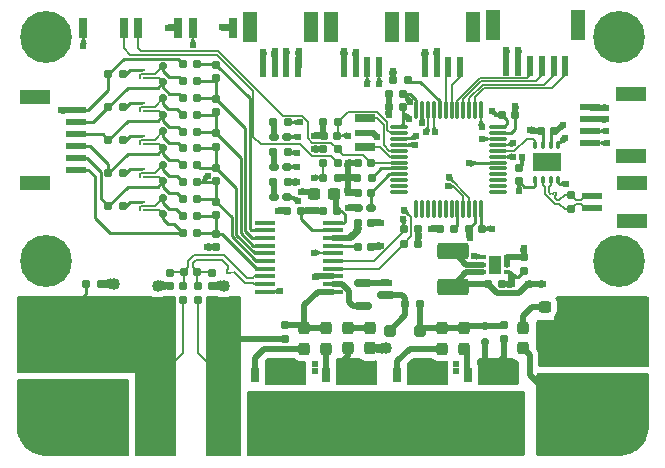
<source format=gbr>
%TF.GenerationSoftware,KiCad,Pcbnew,8.0.3-8.0.3-0~ubuntu24.04.1*%
%TF.CreationDate,2024-07-11T14:27:14+08:00*%
%TF.ProjectId,CawBMS,43617742-4d53-42e6-9b69-6361645f7063,rev?*%
%TF.SameCoordinates,Original*%
%TF.FileFunction,Copper,L1,Top*%
%TF.FilePolarity,Positive*%
%FSLAX46Y46*%
G04 Gerber Fmt 4.6, Leading zero omitted, Abs format (unit mm)*
G04 Created by KiCad (PCBNEW 8.0.3-8.0.3-0~ubuntu24.04.1) date 2024-07-11 14:27:14*
%MOMM*%
%LPD*%
G01*
G04 APERTURE LIST*
G04 Aperture macros list*
%AMRoundRect*
0 Rectangle with rounded corners*
0 $1 Rounding radius*
0 $2 $3 $4 $5 $6 $7 $8 $9 X,Y pos of 4 corners*
0 Add a 4 corners polygon primitive as box body*
4,1,4,$2,$3,$4,$5,$6,$7,$8,$9,$2,$3,0*
0 Add four circle primitives for the rounded corners*
1,1,$1+$1,$2,$3*
1,1,$1+$1,$4,$5*
1,1,$1+$1,$6,$7*
1,1,$1+$1,$8,$9*
0 Add four rect primitives between the rounded corners*
20,1,$1+$1,$2,$3,$4,$5,0*
20,1,$1+$1,$4,$5,$6,$7,0*
20,1,$1+$1,$6,$7,$8,$9,0*
20,1,$1+$1,$8,$9,$2,$3,0*%
G04 Aperture macros list end*
%TA.AperFunction,ComponentPad*%
%ADD10C,0.700000*%
%TD*%
%TA.AperFunction,ComponentPad*%
%ADD11C,4.400000*%
%TD*%
%TA.AperFunction,SMDPad,CuDef*%
%ADD12R,0.749000X1.300000*%
%TD*%
%TA.AperFunction,SMDPad,CuDef*%
%ADD13R,4.560000X4.000000*%
%TD*%
%TA.AperFunction,SMDPad,CuDef*%
%ADD14RoundRect,0.150000X0.200000X-0.150000X0.200000X0.150000X-0.200000X0.150000X-0.200000X-0.150000X0*%
%TD*%
%TA.AperFunction,SMDPad,CuDef*%
%ADD15RoundRect,0.155000X-0.212500X-0.155000X0.212500X-0.155000X0.212500X0.155000X-0.212500X0.155000X0*%
%TD*%
%TA.AperFunction,SMDPad,CuDef*%
%ADD16RoundRect,0.160000X-0.197500X-0.160000X0.197500X-0.160000X0.197500X0.160000X-0.197500X0.160000X0*%
%TD*%
%TA.AperFunction,SMDPad,CuDef*%
%ADD17RoundRect,0.249999X-0.450001X-1.425001X0.450001X-1.425001X0.450001X1.425001X-0.450001X1.425001X0*%
%TD*%
%TA.AperFunction,SMDPad,CuDef*%
%ADD18R,0.500000X1.700000*%
%TD*%
%TA.AperFunction,SMDPad,CuDef*%
%ADD19R,1.200000X2.500000*%
%TD*%
%TA.AperFunction,SMDPad,CuDef*%
%ADD20RoundRect,0.155000X-0.155000X0.212500X-0.155000X-0.212500X0.155000X-0.212500X0.155000X0.212500X0*%
%TD*%
%TA.AperFunction,SMDPad,CuDef*%
%ADD21R,0.800000X1.700000*%
%TD*%
%TA.AperFunction,SMDPad,CuDef*%
%ADD22RoundRect,0.250000X-0.650000X1.500000X-0.650000X-1.500000X0.650000X-1.500000X0.650000X1.500000X0*%
%TD*%
%TA.AperFunction,SMDPad,CuDef*%
%ADD23RoundRect,0.237500X-0.237500X0.300000X-0.237500X-0.300000X0.237500X-0.300000X0.237500X0.300000X0*%
%TD*%
%TA.AperFunction,SMDPad,CuDef*%
%ADD24RoundRect,0.160000X0.160000X-0.197500X0.160000X0.197500X-0.160000X0.197500X-0.160000X-0.197500X0*%
%TD*%
%TA.AperFunction,SMDPad,CuDef*%
%ADD25RoundRect,0.250001X1.074999X-0.462499X1.074999X0.462499X-1.074999X0.462499X-1.074999X-0.462499X0*%
%TD*%
%TA.AperFunction,SMDPad,CuDef*%
%ADD26RoundRect,0.160000X-0.222500X-0.160000X0.222500X-0.160000X0.222500X0.160000X-0.222500X0.160000X0*%
%TD*%
%TA.AperFunction,SMDPad,CuDef*%
%ADD27RoundRect,0.250000X0.250000X0.250000X-0.250000X0.250000X-0.250000X-0.250000X0.250000X-0.250000X0*%
%TD*%
%TA.AperFunction,SMDPad,CuDef*%
%ADD28RoundRect,0.155000X0.212500X0.155000X-0.212500X0.155000X-0.212500X-0.155000X0.212500X-0.155000X0*%
%TD*%
%TA.AperFunction,SMDPad,CuDef*%
%ADD29RoundRect,0.237500X-0.300000X-0.237500X0.300000X-0.237500X0.300000X0.237500X-0.300000X0.237500X0*%
%TD*%
%TA.AperFunction,SMDPad,CuDef*%
%ADD30R,0.150000X0.250000*%
%TD*%
%TA.AperFunction,SMDPad,CuDef*%
%ADD31R,0.500000X0.250000*%
%TD*%
%TA.AperFunction,SMDPad,CuDef*%
%ADD32RoundRect,0.160000X0.197500X0.160000X-0.197500X0.160000X-0.197500X-0.160000X0.197500X-0.160000X0*%
%TD*%
%TA.AperFunction,SMDPad,CuDef*%
%ADD33RoundRect,0.237500X0.237500X-0.300000X0.237500X0.300000X-0.237500X0.300000X-0.237500X-0.300000X0*%
%TD*%
%TA.AperFunction,ComponentPad*%
%ADD34RoundRect,1.500000X-1.000000X-1.000000X1.000000X-1.000000X1.000000X1.000000X-1.000000X1.000000X0*%
%TD*%
%TA.AperFunction,SMDPad,CuDef*%
%ADD35RoundRect,0.250000X0.650000X-1.500000X0.650000X1.500000X-0.650000X1.500000X-0.650000X-1.500000X0*%
%TD*%
%TA.AperFunction,SMDPad,CuDef*%
%ADD36R,1.700000X0.500000*%
%TD*%
%TA.AperFunction,SMDPad,CuDef*%
%ADD37R,2.500000X1.200000*%
%TD*%
%TA.AperFunction,SMDPad,CuDef*%
%ADD38O,0.350000X0.840000*%
%TD*%
%TA.AperFunction,SMDPad,CuDef*%
%ADD39R,2.400000X1.650000*%
%TD*%
%TA.AperFunction,SMDPad,CuDef*%
%ADD40RoundRect,0.237500X-0.237500X0.287500X-0.237500X-0.287500X0.237500X-0.287500X0.237500X0.287500X0*%
%TD*%
%TA.AperFunction,SMDPad,CuDef*%
%ADD41RoundRect,0.155000X0.155000X-0.212500X0.155000X0.212500X-0.155000X0.212500X-0.155000X-0.212500X0*%
%TD*%
%TA.AperFunction,SMDPad,CuDef*%
%ADD42O,0.607000X0.364000*%
%TD*%
%TA.AperFunction,SMDPad,CuDef*%
%ADD43R,1.000000X1.600000*%
%TD*%
%TA.AperFunction,SMDPad,CuDef*%
%ADD44RoundRect,0.075000X-0.662500X-0.075000X0.662500X-0.075000X0.662500X0.075000X-0.662500X0.075000X0*%
%TD*%
%TA.AperFunction,SMDPad,CuDef*%
%ADD45RoundRect,0.075000X-0.075000X-0.662500X0.075000X-0.662500X0.075000X0.662500X-0.075000X0.662500X0*%
%TD*%
%TA.AperFunction,SMDPad,CuDef*%
%ADD46R,1.700000X0.650000*%
%TD*%
%TA.AperFunction,SMDPad,CuDef*%
%ADD47O,1.742000X0.364000*%
%TD*%
%TA.AperFunction,SMDPad,CuDef*%
%ADD48RoundRect,0.150000X-0.587500X-0.150000X0.587500X-0.150000X0.587500X0.150000X-0.587500X0.150000X0*%
%TD*%
%TA.AperFunction,SMDPad,CuDef*%
%ADD49RoundRect,0.237500X0.300000X0.237500X-0.300000X0.237500X-0.300000X-0.237500X0.300000X-0.237500X0*%
%TD*%
%TA.AperFunction,ViaPad*%
%ADD50C,0.609600*%
%TD*%
%TA.AperFunction,ViaPad*%
%ADD51C,1.016000*%
%TD*%
%TA.AperFunction,Conductor*%
%ADD52C,0.254000*%
%TD*%
%TA.AperFunction,Conductor*%
%ADD53C,0.508000*%
%TD*%
%TA.AperFunction,Conductor*%
%ADD54C,0.152400*%
%TD*%
%TA.AperFunction,Conductor*%
%ADD55C,0.127000*%
%TD*%
%TA.AperFunction,Conductor*%
%ADD56C,0.129286*%
%TD*%
G04 APERTURE END LIST*
D10*
%TO.P,H4,1,1*%
%TO.N,unconnected-(H4-Pad1)*%
X159350000Y-113500000D03*
X159833274Y-112333274D03*
X159833274Y-114666726D03*
X161000000Y-111850000D03*
D11*
X161000000Y-113500000D03*
D10*
X161000000Y-115150000D03*
X162166726Y-112333274D03*
X162166726Y-114666726D03*
X162650000Y-113500000D03*
%TD*%
D12*
%TO.P,Q6,1,S*%
%TO.N,Net-(C25-Pad1)*%
X133985000Y-123165000D03*
%TO.P,Q6,2,S*%
X132715000Y-123165000D03*
%TO.P,Q6,3,S*%
X131445000Y-123165000D03*
%TO.P,Q6,4,G*%
%TO.N,Net-(Q6-G)*%
X130175000Y-123165000D03*
%TO.P,Q6,5,D*%
%TO.N,Net-(Q6-D-Pad5)*%
X130175000Y-128803000D03*
%TO.P,Q6,6,D*%
X131445000Y-128803000D03*
%TO.P,Q6,7,D*%
X132715000Y-128803000D03*
%TO.P,Q6,8,D*%
X133985000Y-128778000D03*
D13*
X132080000Y-126721000D03*
%TD*%
D14*
%TO.P,D12,1,K*%
%TO.N,Net-(D11-K)*%
X149663176Y-118986000D03*
%TO.P,D12,2,A*%
%TO.N,PACK-*%
X149663176Y-120386000D03*
%TD*%
D15*
%TO.P,C3,1*%
%TO.N,+3.3V*%
X151070500Y-101092000D03*
%TO.P,C3,2*%
%TO.N,GND*%
X152205500Y-101092000D03*
%TD*%
D16*
%TO.P,R21,1*%
%TO.N,Net-(D5-A)*%
X124087000Y-102538444D03*
%TO.P,R21,2*%
%TO.N,/BQ76920/VC3*%
X125282000Y-102538444D03*
%TD*%
D17*
%TO.P,R34,1*%
%TO.N,-BATT*%
X121662000Y-127762000D03*
%TO.P,R34,2*%
%TO.N,Net-(C25-Pad1)*%
X127762000Y-127762000D03*
%TD*%
D18*
%TO.P,CN1,1,1*%
%TO.N,GND*%
X133834000Y-97077000D03*
%TO.P,CN1,2,2*%
X132834000Y-97077000D03*
%TO.P,CN1,3,3*%
%TO.N,+3.3V*%
X131834000Y-97077000D03*
%TO.P,CN1,4,4*%
%TO.N,+5V*%
X130834000Y-97077000D03*
D19*
%TO.P,CN1,5,5*%
%TO.N,unconnected-(CN1-Pad5)*%
X134934000Y-93677000D03*
%TO.P,CN1,6,6*%
%TO.N,unconnected-(CN1-Pad6)*%
X129734000Y-93677000D03*
%TD*%
D10*
%TO.P,H2,1,1*%
%TO.N,unconnected-(H2-Pad1)*%
X159350000Y-94500000D03*
X159833274Y-93333274D03*
X159833274Y-95666726D03*
X161000000Y-92850000D03*
D11*
X161000000Y-94500000D03*
D10*
X161000000Y-96150000D03*
X162166726Y-93333274D03*
X162166726Y-95666726D03*
X162650000Y-94500000D03*
%TD*%
D16*
%TO.P,R27,1*%
%TO.N,Net-(D8-A)*%
X124087000Y-111125000D03*
%TO.P,R27,2*%
%TO.N,/BQ76920/VC0*%
X125282000Y-111125000D03*
%TD*%
D20*
%TO.P,C10,1*%
%TO.N,/BQ76920/VC4*%
X126873000Y-99782000D03*
%TO.P,C10,2*%
%TO.N,/BQ76920/VC3*%
X126873000Y-100917000D03*
%TD*%
D12*
%TO.P,Q8,1,S*%
%TO.N,PACK-*%
X146007666Y-123165000D03*
%TO.P,Q8,2,S*%
X144737666Y-123165000D03*
%TO.P,Q8,3,S*%
X143467666Y-123165000D03*
%TO.P,Q8,4,G*%
%TO.N,Net-(Q8-G)*%
X142197666Y-123165000D03*
%TO.P,Q8,5,D*%
%TO.N,Net-(Q6-D-Pad5)*%
X142197666Y-128803000D03*
%TO.P,Q8,6,D*%
X143467666Y-128803000D03*
%TO.P,Q8,7,D*%
X144737666Y-128803000D03*
%TO.P,Q8,8,D*%
X146007666Y-128778000D03*
D13*
X144102666Y-126721000D03*
%TD*%
D16*
%TO.P,R24,1*%
%TO.N,Net-(D7-K)*%
X124087000Y-106813777D03*
%TO.P,R24,2*%
%TO.N,/BQ76920/VC1*%
X125282000Y-106813777D03*
%TD*%
D21*
%TO.P,SW1,1,1*%
%TO.N,GND*%
X123683500Y-93726000D03*
%TO.P,SW1,2,2*%
%TO.N,/RESET*%
X120283500Y-93726000D03*
%TD*%
D10*
%TO.P,H1,1,1*%
%TO.N,unconnected-(H1-Pad1)*%
X110850000Y-94500000D03*
X111333274Y-93333274D03*
X111333274Y-95666726D03*
X112500000Y-92850000D03*
D11*
X112500000Y-94500000D03*
D10*
X112500000Y-96150000D03*
X113666726Y-93333274D03*
X113666726Y-95666726D03*
X114150000Y-94500000D03*
%TD*%
D22*
%TO.P,D9,1,A1*%
%TO.N,-BATT*%
X118110000Y-120436000D03*
%TO.P,D9,2,A2*%
%TO.N,PACK+*%
X118110000Y-125436000D03*
%TD*%
D23*
%TO.P,C26,1*%
%TO.N,Net-(C25-Pad2)*%
X139888088Y-119178500D03*
%TO.P,C26,2*%
%TO.N,PACK-*%
X139888088Y-120903500D03*
%TD*%
D16*
%TO.P,R37,1*%
%TO.N,-BATT*%
X115902500Y-115443000D03*
%TO.P,R37,2*%
%TO.N,GND*%
X117097500Y-115443000D03*
%TD*%
D24*
%TO.P,R40,1*%
%TO.N,PACK-*%
X151229448Y-120088500D03*
%TO.P,R40,2*%
%TO.N,Net-(D11-K)*%
X151229448Y-118893500D03*
%TD*%
D14*
%TO.P,D4,1,K*%
%TO.N,Net-(D4-K)*%
X122398500Y-96963000D03*
%TO.P,D4,2,A*%
%TO.N,Net-(D4-A)*%
X122398500Y-98363000D03*
%TD*%
D16*
%TO.P,R16,1*%
%TO.N,Net-(D7-A)*%
X117766500Y-108839000D03*
%TO.P,R16,2*%
%TO.N,Net-(Q5-D)*%
X118961500Y-108839000D03*
%TD*%
D20*
%TO.P,C23,1*%
%TO.N,/BQ76920/SRN*%
X126492000Y-114494500D03*
%TO.P,C23,2*%
%TO.N,GND*%
X126492000Y-115629500D03*
%TD*%
D25*
%TO.P,L2,1*%
%TO.N,+3.3V*%
X146939000Y-115660500D03*
%TO.P,L2,2*%
%TO.N,Net-(U3-L)*%
X146939000Y-112685500D03*
%TD*%
D14*
%TO.P,D8,1,K*%
%TO.N,Net-(D8-K)*%
X122398500Y-108139000D03*
%TO.P,D8,2,A*%
%TO.N,Net-(D8-A)*%
X122398500Y-109539000D03*
%TD*%
D26*
%TO.P,L1,1*%
%TO.N,+3.3V*%
X138881500Y-108966000D03*
%TO.P,L1,2*%
%TO.N,+3.3VA*%
X140026500Y-108966000D03*
%TD*%
D27*
%TO.P,D11,1,K*%
%TO.N,Net-(D11-K)*%
X144125000Y-119380000D03*
%TO.P,D11,2,A*%
%TO.N,Net-(D11-A)*%
X141625000Y-119380000D03*
%TD*%
D28*
%TO.P,C18,1*%
%TO.N,GND*%
X140013500Y-112268000D03*
%TO.P,C18,2*%
%TO.N,Net-(U4-CAP1)*%
X138878500Y-112268000D03*
%TD*%
D29*
%TO.P,C28,1*%
%TO.N,Net-(C27-Pad2)*%
X154712500Y-117348000D03*
%TO.P,C28,2*%
%TO.N,PACK-*%
X156437500Y-117348000D03*
%TD*%
D16*
%TO.P,R12,1*%
%TO.N,/BQ76920/BAT*%
X117766500Y-97663000D03*
%TO.P,R12,2*%
%TO.N,Net-(Q1-D)*%
X118961500Y-97663000D03*
%TD*%
%TO.P,R25,1*%
%TO.N,Net-(D7-A)*%
X124087000Y-108238888D03*
%TO.P,R25,2*%
%TO.N,/BQ76920/VC1*%
X125282000Y-108238888D03*
%TD*%
D30*
%TO.P,Q1,1,G*%
%TO.N,Net-(D4-K)*%
X120445500Y-97988000D03*
%TO.P,Q1,2,S*%
%TO.N,Net-(D4-A)*%
X120795500Y-97988000D03*
D31*
%TO.P,Q1,3,D*%
%TO.N,Net-(Q1-D)*%
X120620500Y-97338000D03*
%TD*%
D16*
%TO.P,R38,1*%
%TO.N,GND*%
X135965000Y-101727000D03*
%TO.P,R38,2*%
%TO.N,/ALERT*%
X137160000Y-101727000D03*
%TD*%
D20*
%TO.P,C12,1*%
%TO.N,/BQ76920/VC2*%
X126873000Y-105585000D03*
%TO.P,C12,2*%
%TO.N,/BQ76920/VC1*%
X126873000Y-106720000D03*
%TD*%
D18*
%TO.P,CN2,1,1*%
%TO.N,/I2C2_SDA*%
X140692000Y-97077000D03*
%TO.P,CN2,2,2*%
%TO.N,/I2C2_SCL*%
X139692000Y-97077000D03*
%TO.P,CN2,3,3*%
%TO.N,GND*%
X138692000Y-97077000D03*
%TO.P,CN2,4,4*%
%TO.N,+3.3V*%
X137692000Y-97077000D03*
D19*
%TO.P,CN2,5,5*%
%TO.N,unconnected-(CN2-Pad5)*%
X141792000Y-93677000D03*
%TO.P,CN2,6,6*%
%TO.N,unconnected-(CN2-Pad6)*%
X136592000Y-93677000D03*
%TD*%
D28*
%TO.P,C6,1*%
%TO.N,+3.3VA*%
X140021500Y-107696000D03*
%TO.P,C6,2*%
%TO.N,GND*%
X138886500Y-107696000D03*
%TD*%
D32*
%TO.P,R28,1*%
%TO.N,GND*%
X137160000Y-106426000D03*
%TO.P,R28,2*%
%TO.N,Net-(U4-TS1)*%
X135965000Y-106426000D03*
%TD*%
%TO.P,R5,1*%
%TO.N,+3.3V*%
X143980500Y-112014000D03*
%TO.P,R5,2*%
%TO.N,/I2C1_SDA*%
X142785500Y-112014000D03*
%TD*%
D33*
%TO.P,C27,1*%
%TO.N,PACK+*%
X152825720Y-120903500D03*
%TO.P,C27,2*%
%TO.N,Net-(C27-Pad2)*%
X152825720Y-119178500D03*
%TD*%
D12*
%TO.P,Q9,1,S*%
%TO.N,PACK-*%
X152019000Y-123165000D03*
%TO.P,Q9,2,S*%
X150749000Y-123165000D03*
%TO.P,Q9,3,S*%
X149479000Y-123165000D03*
%TO.P,Q9,4,G*%
%TO.N,Net-(Q9-G)*%
X148209000Y-123165000D03*
%TO.P,Q9,5,D*%
%TO.N,Net-(Q6-D-Pad5)*%
X148209000Y-128803000D03*
%TO.P,Q9,6,D*%
X149479000Y-128803000D03*
%TO.P,Q9,7,D*%
X150749000Y-128803000D03*
%TO.P,Q9,8,D*%
X152019000Y-128778000D03*
D13*
X150114000Y-126721000D03*
%TD*%
D30*
%TO.P,Q2,1,G*%
%TO.N,Net-(D5-K)*%
X120445500Y-100782000D03*
%TO.P,Q2,2,S*%
%TO.N,Net-(D5-A)*%
X120795500Y-100782000D03*
D31*
%TO.P,Q2,3,D*%
%TO.N,Net-(Q2-D)*%
X120620500Y-100132000D03*
%TD*%
D15*
%TO.P,C5,1*%
%TO.N,+5V*%
X154372500Y-102489000D03*
%TO.P,C5,2*%
%TO.N,GND*%
X155507500Y-102489000D03*
%TD*%
D21*
%TO.P,SW2,1,1*%
%TO.N,/KEY_A*%
X124919000Y-93726000D03*
%TO.P,SW2,2,2*%
%TO.N,GND*%
X128319000Y-93726000D03*
%TD*%
D16*
%TO.P,R20,1*%
%TO.N,Net-(D5-K)*%
X124087000Y-101113333D03*
%TO.P,R20,2*%
%TO.N,/BQ76920/VC3*%
X125282000Y-101113333D03*
%TD*%
D34*
%TO.P,H7,1,1*%
%TO.N,PACK+*%
X160528000Y-126627000D03*
%TD*%
D35*
%TO.P,D10,1,K*%
%TO.N,PACK+*%
X155702000Y-125391000D03*
%TO.P,D10,2,A*%
%TO.N,PACK-*%
X155702000Y-120391000D03*
%TD*%
D18*
%TO.P,CN3,1,1*%
%TO.N,/SPI1_NSS*%
X156456000Y-96950000D03*
%TO.P,CN3,2,2*%
%TO.N,/SPI1_SCK*%
X155456000Y-96950000D03*
%TO.P,CN3,3,3*%
%TO.N,/SPI1_MISO*%
X154456000Y-96950000D03*
%TO.P,CN3,4,4*%
%TO.N,/SPI1_MOSI*%
X153456000Y-96950000D03*
%TO.P,CN3,5,5*%
%TO.N,GND*%
X152456000Y-96950000D03*
%TO.P,CN3,6,6*%
%TO.N,+3.3V*%
X151456000Y-96950000D03*
D19*
%TO.P,CN3,7,7*%
%TO.N,unconnected-(CN3-Pad7)*%
X150356000Y-93550000D03*
%TO.P,CN3,8,8*%
%TO.N,unconnected-(CN3-Pad8)*%
X157556000Y-93550000D03*
%TD*%
D30*
%TO.P,Q5,1,G*%
%TO.N,Net-(D8-K)*%
X120445500Y-109164000D03*
%TO.P,Q5,2,S*%
%TO.N,Net-(D8-A)*%
X120795500Y-109164000D03*
D31*
%TO.P,Q5,3,D*%
%TO.N,Net-(Q5-D)*%
X120620500Y-108514000D03*
%TD*%
D20*
%TO.P,C11,1*%
%TO.N,/BQ76920/VC3*%
X126873000Y-102683500D03*
%TO.P,C11,2*%
%TO.N,/BQ76920/VC2*%
X126873000Y-103818500D03*
%TD*%
D14*
%TO.P,D7,1,K*%
%TO.N,Net-(D7-K)*%
X122398500Y-105333750D03*
%TO.P,D7,2,A*%
%TO.N,Net-(D7-A)*%
X122398500Y-106733750D03*
%TD*%
D30*
%TO.P,Q3,1,G*%
%TO.N,Net-(D6-K)*%
X120445500Y-103576000D03*
%TO.P,Q3,2,S*%
%TO.N,Net-(D6-A)*%
X120795500Y-103576000D03*
D31*
%TO.P,Q3,3,D*%
%TO.N,Net-(Q3-D)*%
X120620500Y-102926000D03*
%TD*%
D32*
%TO.P,R39,1*%
%TO.N,Net-(D11-K)*%
X144107500Y-117094000D03*
%TO.P,R39,2*%
%TO.N,Net-(D11-A)*%
X142912500Y-117094000D03*
%TD*%
D36*
%TO.P,U5,1,1*%
%TO.N,/CAN_N*%
X158701000Y-109000000D03*
%TO.P,U5,2,2*%
%TO.N,/CAN_P*%
X158701000Y-108000000D03*
D37*
%TO.P,U5,3,3*%
%TO.N,unconnected-(U5-Pad3)*%
X162101000Y-106900000D03*
%TO.P,U5,4,4*%
%TO.N,unconnected-(U5-Pad4)*%
X162101000Y-110100000D03*
%TD*%
D38*
%TO.P,U2,1,TXD*%
%TO.N,/CAN_TX*%
X155859000Y-103632000D03*
%TO.P,U2,2,GND*%
%TO.N,GND*%
X155209000Y-103632000D03*
%TO.P,U2,3,VCC*%
%TO.N,+5V*%
X154559000Y-103632000D03*
%TO.P,U2,4,RXD*%
%TO.N,/CAN_RX*%
X153909000Y-103632000D03*
%TO.P,U2,5,NC/VIO*%
%TO.N,+3.3V*%
X153909000Y-106622000D03*
%TO.P,U2,6,CANL*%
%TO.N,/CAN_N*%
X154559000Y-106622000D03*
%TO.P,U2,7,CANH*%
%TO.N,/CAN_P*%
X155209000Y-106622000D03*
%TO.P,U2,8,STB*%
%TO.N,/CAN_STB*%
X155859000Y-106622000D03*
D39*
%TO.P,U2,9,EP*%
%TO.N,GND*%
X154884000Y-105127000D03*
%TD*%
D26*
%TO.P,D2,1,K*%
%TO.N,Net-(D2-K)*%
X131761500Y-105533800D03*
%TO.P,D2,2,A*%
%TO.N,+3.3V*%
X132906500Y-105533800D03*
%TD*%
D32*
%TO.P,R29,1*%
%TO.N,Net-(R29-Pad1)*%
X137160000Y-105156000D03*
%TO.P,R29,2*%
%TO.N,Net-(U4-TS1)*%
X135965000Y-105156000D03*
%TD*%
D14*
%TO.P,D5,1,K*%
%TO.N,Net-(D5-K)*%
X122398500Y-99723250D03*
%TO.P,D5,2,A*%
%TO.N,Net-(D5-A)*%
X122398500Y-101123250D03*
%TD*%
D24*
%TO.P,R35,1*%
%TO.N,Net-(C25-Pad1)*%
X125349000Y-116802500D03*
%TO.P,R35,2*%
%TO.N,/BQ76920/SRN*%
X125349000Y-115607500D03*
%TD*%
D28*
%TO.P,C2,1*%
%TO.N,+3.3V*%
X149411500Y-110744000D03*
%TO.P,C2,2*%
%TO.N,GND*%
X148276500Y-110744000D03*
%TD*%
D30*
%TO.P,Q4,1,G*%
%TO.N,Net-(D7-K)*%
X120445500Y-106370000D03*
%TO.P,Q4,2,S*%
%TO.N,Net-(D7-A)*%
X120795500Y-106370000D03*
D31*
%TO.P,Q4,3,D*%
%TO.N,Net-(Q4-D)*%
X120620500Y-105720000D03*
%TD*%
D24*
%TO.P,R6,1*%
%TO.N,/CAN_N*%
X156920000Y-109097500D03*
%TO.P,R6,2*%
%TO.N,/CAN_P*%
X156920000Y-107902500D03*
%TD*%
D16*
%TO.P,R19,1*%
%TO.N,Net-(D4-A)*%
X124087000Y-99688222D03*
%TO.P,R19,2*%
%TO.N,/BQ76920/VC4*%
X125282000Y-99688222D03*
%TD*%
D40*
%TO.P,L3,1*%
%TO.N,/BQ76920/DSG*%
X136175544Y-119166000D03*
%TO.P,L3,2*%
%TO.N,Net-(Q7-G)*%
X136175544Y-120916000D03*
%TD*%
D33*
%TO.P,C25,1*%
%TO.N,Net-(C25-Pad1)*%
X138031816Y-120903500D03*
%TO.P,C25,2*%
%TO.N,Net-(C25-Pad2)*%
X138031816Y-119178500D03*
%TD*%
D40*
%TO.P,L4,1*%
%TO.N,/BQ76920/DSG*%
X134319272Y-119166000D03*
%TO.P,L4,2*%
%TO.N,Net-(Q6-G)*%
X134319272Y-120916000D03*
%TD*%
D28*
%TO.P,C1,1*%
%TO.N,+3.3V*%
X142688500Y-100465000D03*
%TO.P,C1,2*%
%TO.N,GND*%
X141553500Y-100465000D03*
%TD*%
D16*
%TO.P,R22,1*%
%TO.N,Net-(D6-K)*%
X124087000Y-103963555D03*
%TO.P,R22,2*%
%TO.N,/BQ76920/VC2*%
X125282000Y-103963555D03*
%TD*%
D41*
%TO.P,C7,1*%
%TO.N,+3.3V*%
X152527000Y-106739500D03*
%TO.P,C7,2*%
%TO.N,GND*%
X152527000Y-105604500D03*
%TD*%
D20*
%TO.P,C9,1*%
%TO.N,/BQ76920/VC5*%
X126873000Y-96880500D03*
%TO.P,C9,2*%
%TO.N,/BQ76920/VC4*%
X126873000Y-98015500D03*
%TD*%
D36*
%TO.P,CN5,1,1*%
%TO.N,/SWDIO*%
X158574000Y-103489000D03*
%TO.P,CN5,2,2*%
%TO.N,/SWCLK*%
X158574000Y-102489000D03*
%TO.P,CN5,3,3*%
%TO.N,GND*%
X158574000Y-101489000D03*
%TO.P,CN5,4,4*%
%TO.N,+3.3V*%
X158574000Y-100489000D03*
D37*
%TO.P,CN5,5,5*%
%TO.N,unconnected-(CN5-Pad5)*%
X161974000Y-104589000D03*
%TO.P,CN5,6,6*%
%TO.N,unconnected-(CN5-Pad6)*%
X161974000Y-99389000D03*
%TD*%
D28*
%TO.P,C4,1*%
%TO.N,+3.3V*%
X142688500Y-99322000D03*
%TO.P,C4,2*%
%TO.N,GND*%
X141553500Y-99322000D03*
%TD*%
D15*
%TO.P,C22,1*%
%TO.N,/BQ76920/SRP*%
X124154500Y-114435000D03*
%TO.P,C22,2*%
%TO.N,/BQ76920/SRN*%
X125289500Y-114435000D03*
%TD*%
D24*
%TO.P,R31,1*%
%TO.N,-BATT*%
X124079000Y-116802500D03*
%TO.P,R31,2*%
%TO.N,/BQ76920/SRP*%
X124079000Y-115607500D03*
%TD*%
D16*
%TO.P,R15,1*%
%TO.N,Net-(D6-A)*%
X117766500Y-106045000D03*
%TO.P,R15,2*%
%TO.N,Net-(Q4-D)*%
X118961500Y-106045000D03*
%TD*%
D17*
%TO.P,R33,1*%
%TO.N,-BATT*%
X121662000Y-123698000D03*
%TO.P,R33,2*%
%TO.N,Net-(C25-Pad1)*%
X127762000Y-123698000D03*
%TD*%
D26*
%TO.P,D3,1,K*%
%TO.N,Net-(D3-K)*%
X131761500Y-108077000D03*
%TO.P,D3,2,A*%
%TO.N,+3.3V*%
X132906500Y-108077000D03*
%TD*%
D16*
%TO.P,R9,1*%
%TO.N,Net-(D2-K)*%
X131736500Y-104262200D03*
%TO.P,R9,2*%
%TO.N,/LED_B*%
X132931500Y-104262200D03*
%TD*%
D41*
%TO.P,C21,1*%
%TO.N,GND*%
X122936000Y-115629500D03*
%TO.P,C21,2*%
%TO.N,/BQ76920/SRP*%
X122936000Y-114494500D03*
%TD*%
D42*
%TO.P,U3,1,GND*%
%TO.N,GND*%
X151523000Y-114442000D03*
%TO.P,U3,2,VOUT*%
%TO.N,+5V*%
X151523000Y-113792000D03*
%TO.P,U3,3,FB*%
X151523000Y-113142000D03*
%TO.P,U3,4,EN*%
%TO.N,+3.3V*%
X149467000Y-113142000D03*
%TO.P,U3,5,L*%
%TO.N,Net-(U3-L)*%
X149467000Y-113792000D03*
%TO.P,U3,6,VIN*%
%TO.N,+3.3V*%
X149467000Y-114442000D03*
D43*
%TO.P,U3,7,PP*%
%TO.N,GND*%
X150495000Y-113792000D03*
%TD*%
D34*
%TO.P,H8,1,1*%
%TO.N,PACK-*%
X160528000Y-119181000D03*
%TD*%
D16*
%TO.P,R2,1*%
%TO.N,GND*%
X141896500Y-98179000D03*
%TO.P,R2,2*%
%TO.N,Net-(U1-BOOT0)*%
X143091500Y-98179000D03*
%TD*%
D44*
%TO.P,U1,1,VBAT*%
%TO.N,+3.3V*%
X142403500Y-102160000D03*
%TO.P,U1,2,PC13*%
%TO.N,/ALERT*%
X142403500Y-102660000D03*
%TO.P,U1,3,PC14*%
%TO.N,/LED_A*%
X142403500Y-103160000D03*
%TO.P,U1,4,PC15*%
%TO.N,/LED_B*%
X142403500Y-103660000D03*
%TO.P,U1,5,PD0*%
%TO.N,/HSE_IN*%
X142403500Y-104160000D03*
%TO.P,U1,6,PD1*%
%TO.N,/HSE_OUT*%
X142403500Y-104660000D03*
%TO.P,U1,7,NRST*%
%TO.N,/RESET*%
X142403500Y-105160000D03*
%TO.P,U1,8,VSSA*%
%TO.N,Net-(U1-VSSA)*%
X142403500Y-105660000D03*
%TO.P,U1,9,VDDA*%
%TO.N,+3.3VA*%
X142403500Y-106160000D03*
%TO.P,U1,10,PA0*%
%TO.N,unconnected-(U1-PA0-Pad10)*%
X142403500Y-106660000D03*
%TO.P,U1,11,PA1*%
%TO.N,unconnected-(U1-PA1-Pad11)*%
X142403500Y-107160000D03*
%TO.P,U1,12,PA2*%
%TO.N,unconnected-(U1-PA2-Pad12)*%
X142403500Y-107660000D03*
D45*
%TO.P,U1,13,PA3*%
%TO.N,unconnected-(U1-PA3-Pad13)*%
X143816000Y-109072500D03*
%TO.P,U1,14,PA4*%
%TO.N,unconnected-(U1-PA4-Pad14)*%
X144316000Y-109072500D03*
%TO.P,U1,15,PA5*%
%TO.N,unconnected-(U1-PA5-Pad15)*%
X144816000Y-109072500D03*
%TO.P,U1,16,PA6*%
%TO.N,unconnected-(U1-PA6-Pad16)*%
X145316000Y-109072500D03*
%TO.P,U1,17,PA7*%
%TO.N,unconnected-(U1-PA7-Pad17)*%
X145816000Y-109072500D03*
%TO.P,U1,18,PB0*%
%TO.N,unconnected-(U1-PB0-Pad18)*%
X146316000Y-109072500D03*
%TO.P,U1,19,PB1*%
%TO.N,unconnected-(U1-PB1-Pad19)*%
X146816000Y-109072500D03*
%TO.P,U1,20,PB2*%
%TO.N,Net-(U1-PB2)*%
X147316000Y-109072500D03*
%TO.P,U1,21,PB10*%
%TO.N,/I2C2_SCL*%
X147816000Y-109072500D03*
%TO.P,U1,22,PB11*%
%TO.N,/I2C2_SDA*%
X148316000Y-109072500D03*
%TO.P,U1,23,VSS*%
%TO.N,GND*%
X148816000Y-109072500D03*
%TO.P,U1,24,VDD*%
%TO.N,+3.3V*%
X149316000Y-109072500D03*
D44*
%TO.P,U1,25,PB12*%
%TO.N,unconnected-(U1-PB12-Pad25)*%
X150728500Y-107660000D03*
%TO.P,U1,26,PB13*%
%TO.N,unconnected-(U1-PB13-Pad26)*%
X150728500Y-107160000D03*
%TO.P,U1,27,PB14*%
%TO.N,unconnected-(U1-PB14-Pad27)*%
X150728500Y-106660000D03*
%TO.P,U1,28,PB15*%
%TO.N,unconnected-(U1-PB15-Pad28)*%
X150728500Y-106160000D03*
%TO.P,U1,29,PA8*%
%TO.N,unconnected-(U1-PA8-Pad29)*%
X150728500Y-105660000D03*
%TO.P,U1,30,PA9*%
%TO.N,/KEY_A*%
X150728500Y-105160000D03*
%TO.P,U1,31,PA10*%
%TO.N,/CAN_STB*%
X150728500Y-104660000D03*
%TO.P,U1,32,PA11*%
%TO.N,/CAN_RX*%
X150728500Y-104160000D03*
%TO.P,U1,33,PA12*%
%TO.N,/CAN_TX*%
X150728500Y-103660000D03*
%TO.P,U1,34,PA13*%
%TO.N,/SWDIO*%
X150728500Y-103160000D03*
%TO.P,U1,35,VSS*%
%TO.N,GND*%
X150728500Y-102660000D03*
%TO.P,U1,36,VDD*%
%TO.N,+3.3V*%
X150728500Y-102160000D03*
D45*
%TO.P,U1,37,PA14*%
%TO.N,/SWCLK*%
X149316000Y-100747500D03*
%TO.P,U1,38,PA15*%
%TO.N,/SPI1_NSS*%
X148816000Y-100747500D03*
%TO.P,U1,39,PB3*%
%TO.N,/SPI1_SCK*%
X148316000Y-100747500D03*
%TO.P,U1,40,PB4*%
%TO.N,/SPI1_MISO*%
X147816000Y-100747500D03*
%TO.P,U1,41,PB5*%
%TO.N,/SPI1_MOSI*%
X147316000Y-100747500D03*
%TO.P,U1,42,PB6*%
%TO.N,/USART1_TX*%
X146816000Y-100747500D03*
%TO.P,U1,43,PB7*%
%TO.N,/USART1_RX*%
X146316000Y-100747500D03*
%TO.P,U1,44,BOOT0*%
%TO.N,Net-(U1-BOOT0)*%
X145816000Y-100747500D03*
%TO.P,U1,45,PB8*%
%TO.N,/I2C1_SCL*%
X145316000Y-100747500D03*
%TO.P,U1,46,PB9*%
%TO.N,/I2C1_SDA*%
X144816000Y-100747500D03*
%TO.P,U1,47,VSS*%
%TO.N,GND*%
X144316000Y-100747500D03*
%TO.P,U1,48,VDD*%
%TO.N,+3.3V*%
X143816000Y-100747500D03*
%TD*%
D34*
%TO.P,H6,1,1*%
%TO.N,-BATT*%
X113030000Y-119173000D03*
%TD*%
D46*
%TO.P,X1,1,OSC1*%
%TO.N,/HSE_IN*%
X139454000Y-101424000D03*
D36*
%TO.P,X1,2,GND*%
%TO.N,GND*%
X139454000Y-102624000D03*
D46*
%TO.P,X1,3,OSC2*%
%TO.N,/HSE_OUT*%
X139454000Y-103824000D03*
%TD*%
D26*
%TO.P,D1,1,K*%
%TO.N,Net-(D1-K)*%
X131761500Y-102990600D03*
%TO.P,D1,2,A*%
%TO.N,+3.3V*%
X132906500Y-102990600D03*
%TD*%
D16*
%TO.P,R30,1*%
%TO.N,/BQ76920/BAT*%
X135927500Y-109220000D03*
%TO.P,R30,2*%
%TO.N,Net-(U4-BAT)*%
X137122500Y-109220000D03*
%TD*%
%TO.P,R26,1*%
%TO.N,Net-(D8-K)*%
X124087000Y-109664000D03*
%TO.P,R26,2*%
%TO.N,/BQ76920/VC0*%
X125282000Y-109664000D03*
%TD*%
D47*
%TO.P,U4,1,DSG*%
%TO.N,/BQ76920/DSG*%
X136737000Y-116090000D03*
%TO.P,U4,2,CHG*%
%TO.N,/BQ76920/CHG*%
X136737000Y-115440000D03*
%TO.P,U4,3,VSS*%
%TO.N,GND*%
X136737000Y-114790000D03*
%TO.P,U4,4,SDA*%
%TO.N,/I2C1_SDA*%
X136737000Y-114140000D03*
%TO.P,U4,5,SCL*%
%TO.N,/I2C1_SCL*%
X136737000Y-113490000D03*
%TO.P,U4,6,TS1*%
%TO.N,Net-(U4-TS1)*%
X136737000Y-112840000D03*
%TO.P,U4,7,CAP1*%
%TO.N,Net-(U4-CAP1)*%
X136737000Y-112190000D03*
%TO.P,U4,8,REGOUT*%
%TO.N,+3.3V*%
X136737000Y-111540000D03*
%TO.P,U4,9,REGSRC*%
%TO.N,/BQ76920/BAT*%
X136737000Y-110890000D03*
%TO.P,U4,10,BAT*%
%TO.N,Net-(U4-BAT)*%
X136737000Y-110240000D03*
%TO.P,U4,11,NC*%
%TO.N,unconnected-(U4-NC-Pad11)*%
X130995000Y-110240000D03*
%TO.P,U4,12,VC5*%
%TO.N,/BQ76920/VC5*%
X130995000Y-110890000D03*
%TO.P,U4,13,VC4*%
%TO.N,/BQ76920/VC4*%
X130995000Y-111540000D03*
%TO.P,U4,14,VC3*%
%TO.N,/BQ76920/VC3*%
X130995000Y-112190000D03*
%TO.P,U4,15,VC2*%
%TO.N,/BQ76920/VC2*%
X130995000Y-112840000D03*
%TO.P,U4,16,VC1*%
%TO.N,/BQ76920/VC1*%
X130995000Y-113490000D03*
%TO.P,U4,17,VC0*%
%TO.N,/BQ76920/VC0*%
X130995000Y-114140000D03*
%TO.P,U4,18,SRP*%
%TO.N,/BQ76920/SRP*%
X130995000Y-114790000D03*
%TO.P,U4,19,SRN*%
%TO.N,/BQ76920/SRN*%
X130995000Y-115440000D03*
%TO.P,U4,20,ALERT*%
%TO.N,/ALERT*%
X130995000Y-116090000D03*
%TD*%
D34*
%TO.P,H5,1,1*%
%TO.N,PACK+*%
X113030000Y-126492000D03*
%TD*%
D17*
%TO.P,R32,1*%
%TO.N,-BATT*%
X121662000Y-119634000D03*
%TO.P,R32,2*%
%TO.N,Net-(C25-Pad1)*%
X127762000Y-119634000D03*
%TD*%
D32*
%TO.P,R3,1*%
%TO.N,Net-(U1-VSSA)*%
X140043500Y-106426000D03*
%TO.P,R3,2*%
%TO.N,GND*%
X138848500Y-106426000D03*
%TD*%
D10*
%TO.P,H3,1,1*%
%TO.N,unconnected-(H3-Pad1)*%
X110850000Y-113500000D03*
X111333274Y-112333274D03*
X111333274Y-114666726D03*
X112500000Y-111850000D03*
D11*
X112500000Y-113500000D03*
D10*
X112500000Y-115150000D03*
X113666726Y-112333274D03*
X113666726Y-114666726D03*
X114150000Y-113500000D03*
%TD*%
D12*
%TO.P,Q7,1,S*%
%TO.N,Net-(C25-Pad1)*%
X139996333Y-123165000D03*
%TO.P,Q7,2,S*%
X138726333Y-123165000D03*
%TO.P,Q7,3,S*%
X137456333Y-123165000D03*
%TO.P,Q7,4,G*%
%TO.N,Net-(Q7-G)*%
X136186333Y-123165000D03*
%TO.P,Q7,5,D*%
%TO.N,Net-(Q6-D-Pad5)*%
X136186333Y-128803000D03*
%TO.P,Q7,6,D*%
X137456333Y-128803000D03*
%TO.P,Q7,7,D*%
X138726333Y-128803000D03*
%TO.P,Q7,8,D*%
X139996333Y-128778000D03*
D13*
X138091333Y-126721000D03*
%TD*%
D40*
%TO.P,L5,1*%
%TO.N,Net-(D11-K)*%
X145980632Y-119166000D03*
%TO.P,L5,2*%
%TO.N,Net-(Q8-G)*%
X145980632Y-120916000D03*
%TD*%
D16*
%TO.P,R17,1*%
%TO.N,/BQ76920/BAT*%
X124087000Y-96838000D03*
%TO.P,R17,2*%
%TO.N,/BQ76920/VC5*%
X125282000Y-96838000D03*
%TD*%
D15*
%TO.P,C15,1*%
%TO.N,+3.3V*%
X138886500Y-110236000D03*
%TO.P,C15,2*%
%TO.N,GND*%
X140021500Y-110236000D03*
%TD*%
D24*
%TO.P,R36,1*%
%TO.N,Net-(C25-Pad1)*%
X132723000Y-120088500D03*
%TO.P,R36,2*%
%TO.N,/BQ76920/DSG*%
X132723000Y-118893500D03*
%TD*%
D16*
%TO.P,R1,1*%
%TO.N,GND*%
X145841500Y-110744000D03*
%TO.P,R1,2*%
%TO.N,Net-(U1-PB2)*%
X147036500Y-110744000D03*
%TD*%
D18*
%TO.P,CN4,1,1*%
%TO.N,/USART1_TX*%
X147550000Y-97077000D03*
%TO.P,CN4,2,2*%
%TO.N,/USART1_RX*%
X146550000Y-97077000D03*
%TO.P,CN4,3,3*%
%TO.N,GND*%
X145550000Y-97077000D03*
%TO.P,CN4,4,4*%
%TO.N,+3.3V*%
X144550000Y-97077000D03*
D19*
%TO.P,CN4,5,5*%
%TO.N,unconnected-(CN4-Pad5)*%
X148650000Y-93677000D03*
%TO.P,CN4,6,6*%
%TO.N,unconnected-(CN4-Pad6)*%
X143450000Y-93677000D03*
%TD*%
D48*
%TO.P,Q10,1,G*%
%TO.N,GND*%
X139349000Y-115382000D03*
%TO.P,Q10,2,S*%
%TO.N,/BQ76920/CHG*%
X139349000Y-117282000D03*
%TO.P,Q10,3,D*%
%TO.N,Net-(D11-A)*%
X141224000Y-116332000D03*
%TD*%
D16*
%TO.P,R8,1*%
%TO.N,+3.3V*%
X135965000Y-104013000D03*
%TO.P,R8,2*%
%TO.N,/RESET*%
X137160000Y-104013000D03*
%TD*%
D28*
%TO.P,C8,1*%
%TO.N,/RESET*%
X140021500Y-105164000D03*
%TO.P,C8,2*%
%TO.N,GND*%
X138886500Y-105164000D03*
%TD*%
D20*
%TO.P,C14,1*%
%TO.N,/BQ76920/VC0*%
X126873000Y-111167500D03*
%TO.P,C14,2*%
%TO.N,GND*%
X126873000Y-112302500D03*
%TD*%
D21*
%TO.P,SW3,1,1*%
%TO.N,/BQ76920/VC1*%
X115648000Y-93726000D03*
%TO.P,SW3,2,2*%
%TO.N,Net-(R29-Pad1)*%
X119048000Y-93726000D03*
%TD*%
D20*
%TO.P,C13,1*%
%TO.N,/BQ76920/VC1*%
X126873000Y-108486500D03*
%TO.P,C13,2*%
%TO.N,/BQ76920/VC0*%
X126873000Y-109621500D03*
%TD*%
D28*
%TO.P,C17,1*%
%TO.N,/BQ76920/BAT*%
X134044500Y-109220000D03*
%TO.P,C17,2*%
%TO.N,GND*%
X132909500Y-109220000D03*
%TD*%
%TO.P,C24,1*%
%TO.N,/ALERT*%
X137130000Y-102870000D03*
%TO.P,C24,2*%
%TO.N,GND*%
X135995000Y-102870000D03*
%TD*%
D14*
%TO.P,D6,1,K*%
%TO.N,Net-(D6-K)*%
X122398500Y-102528500D03*
%TO.P,D6,2,A*%
%TO.N,Net-(D6-A)*%
X122398500Y-103928500D03*
%TD*%
D32*
%TO.P,R4,1*%
%TO.N,+3.3V*%
X143980500Y-110744000D03*
%TO.P,R4,2*%
%TO.N,/I2C1_SCL*%
X142785500Y-110744000D03*
%TD*%
D40*
%TO.P,L6,1*%
%TO.N,Net-(D11-K)*%
X147836904Y-119166000D03*
%TO.P,L6,2*%
%TO.N,Net-(Q9-G)*%
X147836904Y-120916000D03*
%TD*%
D16*
%TO.P,R14,1*%
%TO.N,Net-(D5-A)*%
X117766500Y-103251000D03*
%TO.P,R14,2*%
%TO.N,Net-(Q3-D)*%
X118961500Y-103251000D03*
%TD*%
%TO.P,R10,1*%
%TO.N,Net-(D3-K)*%
X131736500Y-106805400D03*
%TO.P,R10,2*%
%TO.N,GND*%
X132931500Y-106805400D03*
%TD*%
%TO.P,R7,1*%
%TO.N,Net-(D1-K)*%
X131736500Y-101719000D03*
%TO.P,R7,2*%
%TO.N,/LED_A*%
X132931500Y-101719000D03*
%TD*%
D20*
%TO.P,C20,1*%
%TO.N,+5V*%
X152908000Y-113177500D03*
%TO.P,C20,2*%
%TO.N,GND*%
X152908000Y-114312500D03*
%TD*%
D16*
%TO.P,R23,1*%
%TO.N,Net-(D6-A)*%
X124087000Y-105388666D03*
%TO.P,R23,2*%
%TO.N,/BQ76920/VC2*%
X125282000Y-105388666D03*
%TD*%
D49*
%TO.P,C19,1*%
%TO.N,Net-(U4-BAT)*%
X136879500Y-107823000D03*
%TO.P,C19,2*%
%TO.N,GND*%
X135154500Y-107823000D03*
%TD*%
D16*
%TO.P,R13,1*%
%TO.N,Net-(D4-A)*%
X117766500Y-100457000D03*
%TO.P,R13,2*%
%TO.N,Net-(Q2-D)*%
X118961500Y-100457000D03*
%TD*%
D36*
%TO.P,CN6,1,1*%
%TO.N,/BQ76920/BAT*%
X114984000Y-100751000D03*
%TO.P,CN6,2,2*%
%TO.N,Net-(D4-A)*%
X114984000Y-101751000D03*
%TO.P,CN6,3,3*%
%TO.N,Net-(D5-A)*%
X114984000Y-102751000D03*
%TO.P,CN6,4,4*%
%TO.N,Net-(D6-A)*%
X114984000Y-103751000D03*
%TO.P,CN6,5,5*%
%TO.N,Net-(D7-A)*%
X114984000Y-104751000D03*
%TO.P,CN6,6,6*%
%TO.N,Net-(D8-A)*%
X114984000Y-105751000D03*
D37*
%TO.P,CN6,7,7*%
%TO.N,unconnected-(CN6-Pad7)*%
X111584000Y-106851000D03*
%TO.P,CN6,8,8*%
%TO.N,unconnected-(CN6-Pad8)*%
X111584000Y-99651000D03*
%TD*%
D16*
%TO.P,R18,1*%
%TO.N,Net-(D4-K)*%
X124087000Y-98263111D03*
%TO.P,R18,2*%
%TO.N,/BQ76920/VC4*%
X125282000Y-98263111D03*
%TD*%
D15*
%TO.P,C16,1*%
%TO.N,+3.3V*%
X149927500Y-115443000D03*
%TO.P,C16,2*%
%TO.N,GND*%
X151062500Y-115443000D03*
%TD*%
D50*
%TO.N,+3.3V*%
X143250000Y-101490000D03*
X138049000Y-108966000D03*
X154559000Y-115450000D03*
X153289000Y-115443000D03*
X159880000Y-100520000D03*
X133820000Y-103000000D03*
X150210000Y-100830000D03*
X143300000Y-100010000D03*
X138460000Y-111320000D03*
X148732000Y-113106700D03*
X131840000Y-95740000D03*
X151460000Y-95620000D03*
X153924000Y-115443000D03*
X152527000Y-107569000D03*
X133800000Y-108410000D03*
X133760000Y-105530000D03*
X150241000Y-110744000D03*
X144570000Y-95760000D03*
X135128000Y-104013000D03*
X144018000Y-111379000D03*
X137700000Y-95750000D03*
X138890000Y-110860000D03*
%TO.N,GND*%
X140716000Y-115316000D03*
X126111000Y-112302500D03*
X152778012Y-104689298D03*
X155702000Y-105537000D03*
X133860000Y-95720000D03*
X138049000Y-105791000D03*
X152200000Y-100350000D03*
X132830000Y-95720000D03*
X150495000Y-113411000D03*
X140804604Y-112229604D03*
X156210000Y-101996500D03*
X144310000Y-101850000D03*
X138049000Y-107061000D03*
D51*
X118210000Y-115440000D03*
D50*
X151892000Y-114808000D03*
D51*
X121920000Y-115570000D03*
D50*
X145540000Y-95750000D03*
X151892000Y-115443000D03*
X141859000Y-97409000D03*
X127400000Y-93720000D03*
X159880000Y-101500000D03*
X135128000Y-102870000D03*
X150495000Y-114173000D03*
D51*
X127508000Y-115570000D03*
D50*
X145034000Y-110744000D03*
X148336000Y-111506000D03*
X154051000Y-105537000D03*
X141505857Y-101164143D03*
X154940000Y-105537000D03*
X135255000Y-114808000D03*
X133731000Y-106807000D03*
X154051000Y-104648000D03*
X154940000Y-104648000D03*
X155702000Y-104648000D03*
X138049000Y-107696000D03*
X140510000Y-102970000D03*
X138700000Y-95760000D03*
X152470000Y-95620000D03*
X140843000Y-110236000D03*
X132080000Y-109220000D03*
X141478000Y-115316000D03*
X122790000Y-93730000D03*
X134046000Y-107630000D03*
X138049000Y-106426000D03*
X138049000Y-105156000D03*
%TO.N,+5V*%
X130860000Y-95791400D03*
X152908000Y-112395000D03*
X153416000Y-102362000D03*
%TO.N,/BQ76920/VC1*%
X115650000Y-95270000D03*
X126170000Y-106290000D03*
%TO.N,/BQ76920/BAT*%
X113752000Y-100751000D03*
X135001000Y-109220000D03*
%TO.N,/ALERT*%
X138049000Y-102870000D03*
X132320000Y-116050000D03*
%TO.N,Net-(C25-Pad1)*%
X139954000Y-122809000D03*
X137414000Y-122174000D03*
X131445000Y-122809000D03*
X135255000Y-122809000D03*
X132715000Y-122174000D03*
X133985000Y-122174000D03*
X131445000Y-122174000D03*
X137414000Y-122809000D03*
D51*
X127762000Y-120904000D03*
D50*
X132715000Y-122809000D03*
X135255000Y-122174000D03*
X138684000Y-122174000D03*
X139954000Y-122174000D03*
D51*
X127762000Y-117094000D03*
D50*
X133985000Y-122809000D03*
D51*
X127762000Y-118872000D03*
D50*
X138684000Y-122809000D03*
%TO.N,PACK-*%
X150749000Y-122809000D03*
X146050000Y-122809000D03*
X149479000Y-122174000D03*
X147193000Y-122174000D03*
X152019000Y-122809000D03*
D51*
X155702000Y-119380000D03*
X155702000Y-121412000D03*
D50*
X143510000Y-122809000D03*
X149479000Y-122809000D03*
X144780000Y-122809000D03*
X147193000Y-122809000D03*
X146050000Y-122174000D03*
X143510000Y-122174000D03*
X150749000Y-122174000D03*
X144780000Y-122174000D03*
D51*
X141223500Y-120903500D03*
D50*
X152019000Y-122174000D03*
D51*
%TO.N,PACK+*%
X155702000Y-124206000D03*
X155702000Y-126238000D03*
%TO.N,-BATT*%
X121666000Y-119634000D03*
X121666000Y-120904000D03*
X118110000Y-119634000D03*
X118110000Y-121158000D03*
X121666000Y-118364000D03*
D50*
%TO.N,/SWDIO*%
X149410000Y-103180000D03*
X159950000Y-103500000D03*
%TO.N,/SWCLK*%
X149350000Y-102170000D03*
X159930000Y-102490000D03*
D51*
%TO.N,Net-(Q6-D-Pad5)*%
X142240000Y-125222000D03*
X144272000Y-125222000D03*
X136144000Y-125222000D03*
X148336000Y-125222000D03*
X133350000Y-125222000D03*
X152400000Y-125222000D03*
X139192000Y-125222000D03*
X145288000Y-125222000D03*
X149352000Y-125222000D03*
X146304000Y-125222000D03*
X151384000Y-125222000D03*
X134366000Y-125222000D03*
X140208000Y-125222000D03*
X137160000Y-125222000D03*
X130302000Y-125222000D03*
X132334000Y-125222000D03*
X138176000Y-125222000D03*
X150368000Y-125222000D03*
X131318000Y-125222000D03*
X143256000Y-125222000D03*
D50*
%TO.N,/I2C1_SCL*%
X142740143Y-109929857D03*
X145416100Y-102608036D03*
%TO.N,/I2C1_SDA*%
X142772223Y-109194454D03*
X144680000Y-102610000D03*
%TO.N,/LED_A*%
X133950000Y-101740000D03*
X143799667Y-102930110D03*
%TO.N,/LED_B*%
X133760000Y-104340784D03*
X143750000Y-103670000D03*
%TO.N,Net-(U4-TS1)*%
X135128000Y-112776000D03*
X135150000Y-106426000D03*
%TO.N,/KEY_A*%
X124930000Y-95233100D03*
X148290000Y-105240000D03*
%TO.N,/CAN_STB*%
X152042699Y-104655211D03*
X156464000Y-106934000D03*
%TO.N,/CAN_TX*%
X156386960Y-103122302D03*
X152041393Y-103526893D03*
%TO.N,/I2C2_SCL*%
X139690000Y-98490000D03*
X146550404Y-107128358D03*
%TO.N,/I2C2_SDA*%
X146561391Y-106392338D03*
X140700000Y-98480000D03*
%TD*%
D52*
%TO.N,+3.3V*%
X153909000Y-107076000D02*
X153909000Y-106622000D01*
X152527000Y-107569000D02*
X152527000Y-106739500D01*
D53*
X137692000Y-97077000D02*
X137692000Y-95758000D01*
D52*
X153797000Y-107188000D02*
X153909000Y-107076000D01*
D53*
X153289000Y-115443000D02*
X154552000Y-115443000D01*
D52*
X150472000Y-101092000D02*
X150210000Y-100830000D01*
X132969500Y-108140000D02*
X132906500Y-108077000D01*
D53*
X144550000Y-97077000D02*
X144550000Y-95780000D01*
D52*
X133530000Y-108140000D02*
X132969500Y-108140000D01*
X143816000Y-99846000D02*
X143816000Y-100747500D01*
X133756200Y-105533800D02*
X133760000Y-105530000D01*
X148767300Y-113142000D02*
X149467000Y-113142000D01*
X150728500Y-102160000D02*
X151211000Y-102160000D01*
D53*
X144018000Y-111379000D02*
X143980500Y-111416500D01*
D52*
X151070500Y-101092000D02*
X150472000Y-101092000D01*
D53*
X158605000Y-100520000D02*
X158574000Y-100489000D01*
X143980500Y-111416500D02*
X143980500Y-112014000D01*
D52*
X142688500Y-100928500D02*
X142688500Y-100465000D01*
D53*
X148067000Y-114442000D02*
X149467000Y-114442000D01*
X154552000Y-115443000D02*
X154559000Y-115450000D01*
D52*
X142688500Y-99322000D02*
X143292000Y-99322000D01*
D53*
X146939000Y-115660500D02*
X146939000Y-115570000D01*
X138886500Y-110922500D02*
X138269000Y-111540000D01*
X151456000Y-95624000D02*
X151460000Y-95620000D01*
D52*
X152975500Y-107188000D02*
X153797000Y-107188000D01*
X142688500Y-101875000D02*
X142403500Y-102160000D01*
D53*
X138269000Y-111540000D02*
X136737000Y-111540000D01*
D52*
X148732000Y-113106700D02*
X148767300Y-113142000D01*
D53*
X147156500Y-115443000D02*
X146939000Y-115660500D01*
D52*
X143300000Y-100010000D02*
X143300000Y-99933500D01*
D53*
X135965000Y-104013000D02*
X135128000Y-104013000D01*
X143980500Y-111341500D02*
X143980500Y-110744000D01*
D52*
X143300000Y-99933500D02*
X142688500Y-99322000D01*
D53*
X150689500Y-116205000D02*
X149927500Y-115443000D01*
X151456000Y-96950000D02*
X151456000Y-95624000D01*
D52*
X151511000Y-101532500D02*
X151070500Y-101092000D01*
X132906500Y-105533800D02*
X133756200Y-105533800D01*
D53*
X152527000Y-116205000D02*
X150689500Y-116205000D01*
X144018000Y-111379000D02*
X143980500Y-111341500D01*
X138881500Y-108966000D02*
X138049000Y-108966000D01*
D52*
X149316000Y-109072500D02*
X149316000Y-110648500D01*
X151511000Y-101860000D02*
X151511000Y-101532500D01*
X133800000Y-108410000D02*
X133530000Y-108140000D01*
D53*
X137692000Y-95758000D02*
X137700000Y-95750000D01*
X159880000Y-100520000D02*
X158605000Y-100520000D01*
D52*
X150241000Y-110744000D02*
X149411500Y-110744000D01*
X149316000Y-110648500D02*
X149411500Y-110744000D01*
D53*
X153289000Y-115443000D02*
X152527000Y-116205000D01*
D52*
X143292000Y-99322000D02*
X143816000Y-99846000D01*
D53*
X138886500Y-110236000D02*
X138886500Y-110922500D01*
D52*
X142688500Y-100465000D02*
X142688500Y-101875000D01*
D53*
X131834000Y-97077000D02*
X131834000Y-95746000D01*
D52*
X133810600Y-102990600D02*
X133820000Y-103000000D01*
D53*
X131834000Y-95746000D02*
X131840000Y-95740000D01*
X149927500Y-115443000D02*
X147156500Y-115443000D01*
D52*
X151211000Y-102160000D02*
X151511000Y-101860000D01*
X143250000Y-101490000D02*
X142688500Y-100928500D01*
X132906500Y-102990600D02*
X133810600Y-102990600D01*
X152527000Y-106739500D02*
X152975500Y-107188000D01*
D53*
X146939000Y-115570000D02*
X148067000Y-114442000D01*
X144550000Y-95780000D02*
X144570000Y-95760000D01*
%TO.N,GND*%
X141505857Y-101164143D02*
X141505857Y-100512643D01*
X138886500Y-107696000D02*
X138049000Y-107696000D01*
D52*
X156210000Y-101996500D02*
X155717500Y-102489000D01*
X152412500Y-114808000D02*
X152908000Y-114312500D01*
D53*
X145841500Y-110744000D02*
X145034000Y-110744000D01*
X138057000Y-105164000D02*
X138049000Y-105156000D01*
D52*
X152778012Y-105353488D02*
X152527000Y-105604500D01*
D53*
X138848500Y-106426000D02*
X138049000Y-106426000D01*
X141505857Y-100512643D02*
X141553500Y-100465000D01*
X123683500Y-93726000D02*
X122794000Y-93726000D01*
X128319000Y-93726000D02*
X127406000Y-93726000D01*
X140021500Y-110236000D02*
X140843000Y-110236000D01*
X139415000Y-115316000D02*
X139349000Y-115382000D01*
X140164000Y-102624000D02*
X139454000Y-102624000D01*
X141859000Y-98141500D02*
X141896500Y-98179000D01*
X140013500Y-112268000D02*
X140766208Y-112268000D01*
X152200000Y-101086500D02*
X152205500Y-101092000D01*
X138049000Y-105156000D02*
X138049000Y-107696000D01*
X151062500Y-115443000D02*
X151892000Y-115443000D01*
X135128000Y-102870000D02*
X135995000Y-102870000D01*
X151892000Y-114808000D02*
X151892000Y-115443000D01*
X121920000Y-115570000D02*
X121979500Y-115629500D01*
D52*
X152778012Y-104689298D02*
X152778012Y-105353488D01*
X155717500Y-102489000D02*
X155507500Y-102489000D01*
D53*
X135965000Y-101727000D02*
X135965000Y-102840000D01*
X152200000Y-100350000D02*
X152200000Y-101086500D01*
D52*
X151892000Y-114808000D02*
X152412500Y-114808000D01*
D53*
X159880000Y-101500000D02*
X158585000Y-101500000D01*
X121979500Y-115629500D02*
X122936000Y-115629500D01*
X148336000Y-110803500D02*
X148276500Y-110744000D01*
X118207000Y-115443000D02*
X118210000Y-115440000D01*
D52*
X150728500Y-102660000D02*
X151848000Y-102660000D01*
D53*
X158585000Y-101500000D02*
X158574000Y-101489000D01*
X152456000Y-96950000D02*
X152456000Y-95634000D01*
X127406000Y-93726000D02*
X127400000Y-93720000D01*
X140510000Y-102970000D02*
X140164000Y-102624000D01*
X140766208Y-112268000D02*
X140804604Y-112229604D01*
X122794000Y-93726000D02*
X122790000Y-93730000D01*
X133729400Y-106805400D02*
X133731000Y-106807000D01*
X134046000Y-107630000D02*
X134961500Y-107630000D01*
D52*
X144310000Y-101850000D02*
X144316000Y-101844000D01*
D53*
X132830000Y-95720000D02*
X132830000Y-97073000D01*
D52*
X148816000Y-110204500D02*
X148276500Y-110744000D01*
X155209000Y-103632000D02*
X155209000Y-102787500D01*
D53*
X137160000Y-106426000D02*
X138049000Y-106426000D01*
D52*
X151892000Y-114808000D02*
X151892000Y-114554000D01*
D53*
X145550000Y-95760000D02*
X145540000Y-95750000D01*
X138692000Y-97077000D02*
X138692000Y-95768000D01*
X135965000Y-102840000D02*
X135995000Y-102870000D01*
X132909500Y-109220000D02*
X132080000Y-109220000D01*
D52*
X152205500Y-102302500D02*
X152205500Y-101092000D01*
D53*
X133860000Y-95720000D02*
X133860000Y-97051000D01*
X132931500Y-106805400D02*
X133729400Y-106805400D01*
D52*
X144316000Y-101844000D02*
X144316000Y-100747500D01*
D53*
X127448500Y-115629500D02*
X127508000Y-115570000D01*
X138886500Y-105164000D02*
X138057000Y-105164000D01*
X148336000Y-111506000D02*
X148336000Y-110803500D01*
X152456000Y-95634000D02*
X152470000Y-95620000D01*
X141859000Y-97409000D02*
X141859000Y-98141500D01*
X141478000Y-115316000D02*
X139415000Y-115316000D01*
X134961500Y-107630000D02*
X135154500Y-107823000D01*
D52*
X151780000Y-114442000D02*
X151523000Y-114442000D01*
D53*
X135273000Y-114790000D02*
X136737000Y-114790000D01*
X133860000Y-97051000D02*
X133834000Y-97077000D01*
D52*
X148816000Y-109072500D02*
X148816000Y-110204500D01*
D53*
X126111000Y-112302500D02*
X126873000Y-112302500D01*
X145550000Y-97077000D02*
X145550000Y-95760000D01*
X117097500Y-115443000D02*
X118207000Y-115443000D01*
D52*
X151892000Y-114554000D02*
X151780000Y-114442000D01*
D53*
X141553500Y-99322000D02*
X141553500Y-100465000D01*
X132830000Y-97073000D02*
X132834000Y-97077000D01*
X138692000Y-95768000D02*
X138700000Y-95760000D01*
D52*
X155209000Y-102787500D02*
X155507500Y-102489000D01*
X151848000Y-102660000D02*
X152205500Y-102302500D01*
D53*
X126492000Y-115629500D02*
X127448500Y-115629500D01*
X135255000Y-114808000D02*
X135273000Y-114790000D01*
%TO.N,+5V*%
X151523000Y-113142000D02*
X152872500Y-113142000D01*
X130860000Y-95791400D02*
X130834000Y-95817400D01*
D52*
X154559000Y-103632000D02*
X154559000Y-102675500D01*
D53*
X152872500Y-113142000D02*
X152908000Y-113177500D01*
D52*
X154559000Y-102675500D02*
X154372500Y-102489000D01*
D53*
X151523000Y-113792000D02*
X151523000Y-113142000D01*
X153416000Y-102362000D02*
X153543000Y-102489000D01*
X153543000Y-102489000D02*
X154372500Y-102489000D01*
X130834000Y-95817400D02*
X130834000Y-97077000D01*
X152908000Y-113177500D02*
X152908000Y-112395000D01*
D52*
%TO.N,+3.3VA*%
X140026500Y-108966000D02*
X140026500Y-107701000D01*
X142403500Y-106160000D02*
X141557500Y-106160000D01*
X140026500Y-107701000D02*
X140021500Y-107696000D01*
X141557500Y-106160000D02*
X140021500Y-107696000D01*
D54*
%TO.N,/RESET*%
X139337500Y-104480000D02*
X137627000Y-104480000D01*
X134620000Y-101691579D02*
X134620000Y-103080421D01*
X132515800Y-101195800D02*
X134124221Y-101195800D01*
X140025500Y-105160000D02*
X140021500Y-105164000D01*
X127060600Y-95740600D02*
X132515800Y-101195800D01*
X135029379Y-103489800D02*
X136636800Y-103489800D01*
X134620000Y-103080421D02*
X135029379Y-103489800D01*
X136636800Y-103489800D02*
X137160000Y-104013000D01*
X142403500Y-105160000D02*
X140025500Y-105160000D01*
X120540600Y-95740600D02*
X127060600Y-95740600D01*
X134124221Y-101195800D02*
X134620000Y-101691579D01*
X137627000Y-104480000D02*
X137160000Y-104013000D01*
X120283500Y-93726000D02*
X120283500Y-95483500D01*
X120283500Y-95483500D02*
X120540600Y-95740600D01*
X140021500Y-105164000D02*
X139337500Y-104480000D01*
D52*
%TO.N,/BQ76920/VC5*%
X129710000Y-99717500D02*
X129710000Y-110787000D01*
X129813000Y-110890000D02*
X130995000Y-110890000D01*
X126873000Y-96880500D02*
X129710000Y-99717500D01*
X125282000Y-96838000D02*
X126830500Y-96838000D01*
X126830500Y-96838000D02*
X126873000Y-96880500D01*
X129710000Y-110787000D02*
X129813000Y-110890000D01*
%TO.N,/BQ76920/VC4*%
X126625389Y-98263111D02*
X126873000Y-98015500D01*
X129329000Y-102238000D02*
X129329000Y-110944816D01*
X125282000Y-98263111D02*
X126625389Y-98263111D01*
X125282000Y-99688222D02*
X126779222Y-99688222D01*
X126873000Y-98015500D02*
X126873000Y-99782000D01*
X126873000Y-99782000D02*
X129329000Y-102238000D01*
X126779222Y-99688222D02*
X126873000Y-99782000D01*
X129329000Y-110944816D02*
X129924184Y-111540000D01*
X129924184Y-111540000D02*
X130995000Y-111540000D01*
%TO.N,/BQ76920/VC3*%
X126676667Y-101113333D02*
X126873000Y-100917000D01*
X125282000Y-102538444D02*
X126727944Y-102538444D01*
X128948000Y-111102632D02*
X130035368Y-112190000D01*
X130035368Y-112190000D02*
X130995000Y-112190000D01*
X128948000Y-104758500D02*
X128948000Y-111102632D01*
X126873000Y-100917000D02*
X126873000Y-102683500D01*
X126873000Y-102683500D02*
X128948000Y-104758500D01*
X125282000Y-101113333D02*
X126676667Y-101113333D01*
X126727944Y-102538444D02*
X126873000Y-102683500D01*
%TO.N,/BQ76920/VC2*%
X126727945Y-103963555D02*
X126873000Y-103818500D01*
X128567000Y-107279000D02*
X128567000Y-111260448D01*
X128567000Y-111260448D02*
X130146552Y-112840000D01*
X130146552Y-112840000D02*
X130995000Y-112840000D01*
X125282000Y-103963555D02*
X126727945Y-103963555D01*
X126873000Y-105585000D02*
X128567000Y-107279000D01*
X125478334Y-105585000D02*
X125282000Y-105388666D01*
X126873000Y-105585000D02*
X125478334Y-105585000D01*
X126873000Y-103818500D02*
X126873000Y-105585000D01*
%TO.N,/BQ76920/VC1*%
X130257736Y-113490000D02*
X130995000Y-113490000D01*
X126873000Y-108486500D02*
X128186000Y-109799500D01*
X126625388Y-108238888D02*
X126873000Y-108486500D01*
X128186000Y-111418264D02*
X130257736Y-113490000D01*
X125282000Y-108238888D02*
X126625388Y-108238888D01*
X115650000Y-95270000D02*
X115650000Y-93728000D01*
X115650000Y-93728000D02*
X115648000Y-93726000D01*
X128186000Y-109799500D02*
X128186000Y-111418264D01*
X126873000Y-106720000D02*
X126873000Y-108486500D01*
X125646223Y-106813777D02*
X125282000Y-106813777D01*
X125282000Y-106813777D02*
X126779223Y-106813777D01*
X126779223Y-106813777D02*
X126873000Y-106720000D01*
X126170000Y-106290000D02*
X125646223Y-106813777D01*
%TO.N,/BQ76920/VC0*%
X130339403Y-114140000D02*
X130995000Y-114140000D01*
X126873000Y-109621500D02*
X126873000Y-111167500D01*
X125282000Y-109664000D02*
X126830500Y-109664000D01*
X126830500Y-109664000D02*
X126873000Y-109621500D01*
X125282000Y-111125000D02*
X126830500Y-111125000D01*
X127396420Y-111167500D02*
X129870000Y-113641080D01*
X126873000Y-111167500D02*
X127396420Y-111167500D01*
X129870000Y-113641080D02*
X129870000Y-113670597D01*
X126830500Y-111125000D02*
X126873000Y-111167500D01*
X129870000Y-113670597D02*
X130339403Y-114140000D01*
%TO.N,/BQ76920/BAT*%
X117766500Y-97663000D02*
X117766500Y-99003500D01*
D53*
X113752000Y-100751000D02*
X114984000Y-100751000D01*
D52*
X134044500Y-109914500D02*
X134044500Y-109220000D01*
X135020000Y-110890000D02*
X134044500Y-109914500D01*
X119059500Y-96370000D02*
X117766500Y-97663000D01*
D53*
X135001000Y-109220000D02*
X135927500Y-109220000D01*
D52*
X136737000Y-110890000D02*
X135020000Y-110890000D01*
X123619000Y-96370000D02*
X119059500Y-96370000D01*
D53*
X135001000Y-109220000D02*
X134044500Y-109220000D01*
D52*
X117766500Y-99003500D02*
X116019000Y-100751000D01*
X124087000Y-96838000D02*
X123619000Y-96370000D01*
X116019000Y-100751000D02*
X114984000Y-100751000D01*
%TO.N,Net-(U4-CAP1)*%
X136737000Y-112190000D02*
X138800500Y-112190000D01*
X138800500Y-112190000D02*
X138878500Y-112268000D01*
D53*
%TO.N,Net-(U4-BAT)*%
X137033000Y-107976500D02*
X137033000Y-109130500D01*
D52*
X137463236Y-109220000D02*
X137122500Y-109220000D01*
X137672000Y-110240000D02*
X137795000Y-110117000D01*
X137795000Y-110117000D02*
X137795000Y-109551764D01*
X136737000Y-110240000D02*
X137672000Y-110240000D01*
D53*
X136879500Y-107823000D02*
X137033000Y-107976500D01*
D52*
X137795000Y-109551764D02*
X137463236Y-109220000D01*
D53*
X137033000Y-109130500D02*
X137122500Y-109220000D01*
D54*
%TO.N,/BQ76920/SRP*%
X124154500Y-114435000D02*
X124154500Y-114377500D01*
X124154500Y-115532000D02*
X124079000Y-115607500D01*
X124520800Y-113528633D02*
X125040633Y-113008800D01*
X122995500Y-114435000D02*
X122936000Y-114494500D01*
X124154500Y-114435000D02*
X122995500Y-114435000D01*
X125040633Y-113008800D02*
X127563340Y-113008800D01*
X124520800Y-114011200D02*
X124520800Y-113528633D01*
X124154500Y-114435000D02*
X124154500Y-115532000D01*
X129468340Y-114913800D02*
X130000200Y-114913800D01*
X130124000Y-114790000D02*
X130995000Y-114790000D01*
X127563340Y-113008800D02*
X129468340Y-114913800D01*
X130000200Y-114913800D02*
X130124000Y-114790000D01*
X124154500Y-114377500D02*
X124520800Y-114011200D01*
%TO.N,/BQ76920/SRN*%
X129301660Y-115316200D02*
X130000200Y-115316200D01*
X128076638Y-114523432D02*
X128076637Y-114523433D01*
X125289500Y-115548000D02*
X125349000Y-115607500D01*
X127877730Y-114168960D02*
X127799947Y-114246742D01*
X125289500Y-114435000D02*
X125289500Y-115548000D01*
X127799947Y-114523432D02*
X127799947Y-114523433D01*
X128431109Y-114445650D02*
X128431110Y-114445650D01*
X128431110Y-114445650D02*
X129301660Y-115316200D01*
X125289500Y-114435000D02*
X125289500Y-114377500D01*
X127877729Y-114168961D02*
X127877730Y-114168960D01*
X125207313Y-113411200D02*
X127396660Y-113411200D01*
X128076637Y-114523433D02*
X128154419Y-114445650D01*
X130124000Y-115440000D02*
X130995000Y-115440000D01*
X124923200Y-113695313D02*
X125207313Y-113411200D01*
X125289500Y-114435000D02*
X126432500Y-114435000D01*
X125289500Y-114377500D02*
X124923200Y-114011200D01*
X130000200Y-115316200D02*
X130124000Y-115440000D01*
X126432500Y-114435000D02*
X126492000Y-114494500D01*
X124923200Y-114011200D02*
X124923200Y-113695313D01*
X127396660Y-113411200D02*
X127877730Y-113892270D01*
X127799947Y-114523433D02*
G75*
G03*
X128076646Y-114523440I138353J138333D01*
G01*
X127877730Y-113892270D02*
G75*
G02*
X127877714Y-114168946I-138330J-138330D01*
G01*
X127799947Y-114246742D02*
G75*
G03*
X127799934Y-114523445I138353J-138358D01*
G01*
X128154419Y-114445650D02*
G75*
G02*
X128431109Y-114445650I138345J-138346D01*
G01*
%TO.N,/ALERT*%
X142403500Y-102660000D02*
X141649000Y-102660000D01*
X141649000Y-102660000D02*
X141376400Y-102387400D01*
X137160000Y-101727000D02*
X137160000Y-102840000D01*
X141376400Y-102387400D02*
X141376400Y-101752400D01*
X141376400Y-101752400D02*
X140462000Y-100838000D01*
X138049000Y-100838000D02*
X137160000Y-101727000D01*
X140462000Y-100838000D02*
X138049000Y-100838000D01*
X137160000Y-102840000D02*
X137130000Y-102870000D01*
X132320000Y-116050000D02*
X132280000Y-116090000D01*
X138049000Y-102870000D02*
X137130000Y-102870000D01*
X132280000Y-116090000D02*
X130995000Y-116090000D01*
D53*
%TO.N,Net-(C25-Pad1)*%
X132723000Y-120088500D02*
X128216500Y-120088500D01*
D54*
X125349000Y-121285000D02*
X127762000Y-123698000D01*
X125349000Y-116802500D02*
X125349000Y-121285000D01*
D53*
X138031816Y-121556184D02*
X137414000Y-122174000D01*
X138031816Y-120903500D02*
X138031816Y-121556184D01*
X127762000Y-120142000D02*
X127762000Y-118872000D01*
X128216500Y-120088500D02*
X127762000Y-120142000D01*
X127762000Y-118872000D02*
X127762000Y-119634000D01*
%TO.N,Net-(C25-Pad2)*%
X139888088Y-119178500D02*
X138031816Y-119178500D01*
%TO.N,PACK-*%
X149663176Y-121989824D02*
X149479000Y-122174000D01*
X149663176Y-120386000D02*
X149663176Y-121989824D01*
X151229448Y-120088500D02*
X151229448Y-121693552D01*
X151229448Y-121693552D02*
X150749000Y-122174000D01*
X141223500Y-120903500D02*
X139888088Y-120903500D01*
%TO.N,PACK+*%
X155702000Y-125391000D02*
X153416000Y-123105000D01*
X153416000Y-121493780D02*
X152825720Y-120903500D01*
X153416000Y-123105000D02*
X153416000Y-121493780D01*
%TO.N,Net-(C27-Pad2)*%
X152825720Y-118174280D02*
X152825720Y-119178500D01*
X153652000Y-117348000D02*
X152825720Y-118174280D01*
X154712500Y-117348000D02*
X153652000Y-117348000D01*
D52*
%TO.N,-BATT*%
X115902500Y-116300500D02*
X113030000Y-119173000D01*
D54*
X124079000Y-121281000D02*
X124079000Y-116802500D01*
X121662000Y-123698000D02*
X124079000Y-121281000D01*
D52*
X115902500Y-115443000D02*
X115902500Y-116300500D01*
D54*
%TO.N,/SPI1_MOSI*%
X153216800Y-98003200D02*
X153456000Y-97764000D01*
X153456000Y-97764000D02*
X153456000Y-96950000D01*
X147316000Y-99918606D02*
X149231406Y-98003200D01*
X147316000Y-100747500D02*
X147316000Y-99918606D01*
X149231406Y-98003200D02*
X153216800Y-98003200D01*
%TO.N,/SPI1_MISO*%
X149347137Y-98282600D02*
X153927400Y-98282600D01*
X154456000Y-97754000D02*
X154456000Y-96950000D01*
X147816000Y-99813737D02*
X149347137Y-98282600D01*
X153927400Y-98282600D02*
X154456000Y-97754000D01*
X147816000Y-100747500D02*
X147816000Y-99813737D01*
%TO.N,/SPI1_SCK*%
X149462868Y-98562000D02*
X154628000Y-98562000D01*
X154628000Y-98562000D02*
X155456000Y-97734000D01*
X155456000Y-97734000D02*
X155456000Y-96950000D01*
X148316000Y-100747500D02*
X148316000Y-99708868D01*
X148316000Y-99708868D02*
X149462868Y-98562000D01*
%TO.N,/SPI1_NSS*%
X148816000Y-99604000D02*
X149578600Y-98841400D01*
X149578600Y-98841400D02*
X155338600Y-98841400D01*
X155338600Y-98841400D02*
X156456000Y-97724000D01*
X148816000Y-100747500D02*
X148816000Y-99604000D01*
X156456000Y-97724000D02*
X156456000Y-96950000D01*
%TO.N,/USART1_TX*%
X146816000Y-98624000D02*
X146816000Y-100747500D01*
X147550000Y-97077000D02*
X147550000Y-97890000D01*
X147550000Y-97890000D02*
X146816000Y-98624000D01*
%TO.N,/USART1_RX*%
X146380000Y-100683500D02*
X146316000Y-100747500D01*
X146550000Y-97077000D02*
X146380000Y-97247000D01*
X146380000Y-97247000D02*
X146380000Y-100683500D01*
%TO.N,/SWDIO*%
X150728500Y-103160000D02*
X149430000Y-103160000D01*
X158585000Y-103500000D02*
X158574000Y-103489000D01*
X149430000Y-103160000D02*
X149410000Y-103180000D01*
X159950000Y-103500000D02*
X158585000Y-103500000D01*
%TO.N,/SWCLK*%
X149316000Y-100747500D02*
X149316000Y-102136000D01*
X159930000Y-102490000D02*
X158575000Y-102490000D01*
X149316000Y-102136000D02*
X149350000Y-102170000D01*
X158575000Y-102490000D02*
X158574000Y-102489000D01*
D52*
%TO.N,Net-(D4-A)*%
X116472500Y-101751000D02*
X117766500Y-100457000D01*
X119417500Y-98806000D02*
X121955500Y-98806000D01*
D54*
X122023500Y-97988000D02*
X122398500Y-98363000D01*
D52*
X123712778Y-99314000D02*
X122910592Y-99314000D01*
X117766500Y-100457000D02*
X119417500Y-98806000D01*
X122910592Y-99314000D02*
X122398500Y-98801908D01*
X124087000Y-99688222D02*
X123712778Y-99314000D01*
D54*
X120795500Y-97988000D02*
X122023500Y-97988000D01*
D52*
X114984000Y-101751000D02*
X116472500Y-101751000D01*
X122398500Y-98801908D02*
X122398500Y-98363000D01*
X121955500Y-98806000D02*
X122398500Y-98363000D01*
%TO.N,Net-(D5-A)*%
X122899342Y-102108000D02*
X122398500Y-101607158D01*
X117266500Y-102751000D02*
X117766500Y-103251000D01*
D54*
X120795500Y-100782000D02*
X122057250Y-100782000D01*
D52*
X114984000Y-102751000D02*
X117266500Y-102751000D01*
X122398500Y-101607158D02*
X122398500Y-101123250D01*
X124087000Y-102538444D02*
X123656556Y-102108000D01*
X123656556Y-102108000D02*
X122899342Y-102108000D01*
X119417500Y-101600000D02*
X121921750Y-101600000D01*
X121921750Y-101600000D02*
X122398500Y-101123250D01*
X117766500Y-103251000D02*
X119417500Y-101600000D01*
D54*
X122057250Y-100782000D02*
X122398500Y-101123250D01*
D52*
%TO.N,Net-(D6-A)*%
X122888092Y-104902000D02*
X122398500Y-104412408D01*
X121933000Y-104394000D02*
X122398500Y-103928500D01*
X123600334Y-104902000D02*
X122888092Y-104902000D01*
X117766500Y-105320500D02*
X117766500Y-106045000D01*
X114984000Y-103751000D02*
X116197000Y-103751000D01*
D54*
X120795500Y-103576000D02*
X122046000Y-103576000D01*
D52*
X117766500Y-106045000D02*
X119417500Y-104394000D01*
X119417500Y-104394000D02*
X121933000Y-104394000D01*
D54*
X122046000Y-103576000D02*
X122398500Y-103928500D01*
D52*
X122398500Y-104412408D02*
X122398500Y-103928500D01*
X124087000Y-105388666D02*
X123600334Y-104902000D01*
X116197000Y-103751000D02*
X117766500Y-105320500D01*
D54*
%TO.N,Net-(D7-A)*%
X122034750Y-106370000D02*
X122398500Y-106733750D01*
D52*
X122398500Y-107217658D02*
X122398500Y-106733750D01*
X119417500Y-107188000D02*
X121944250Y-107188000D01*
X117094000Y-108166500D02*
X117766500Y-108839000D01*
X117094000Y-105918000D02*
X117094000Y-108166500D01*
X114984000Y-104751000D02*
X115927000Y-104751000D01*
X124087000Y-108238888D02*
X123544112Y-107696000D01*
D54*
X120795500Y-106370000D02*
X122034750Y-106370000D01*
D52*
X117766500Y-108839000D02*
X119417500Y-107188000D01*
X115927000Y-104751000D02*
X117094000Y-105918000D01*
X123544112Y-107696000D02*
X122876842Y-107696000D01*
X122876842Y-107696000D02*
X122398500Y-107217658D01*
X121944250Y-107188000D02*
X122398500Y-106733750D01*
D54*
%TO.N,Net-(D8-A)*%
X122023500Y-109164000D02*
X122398500Y-109539000D01*
X120795500Y-109164000D02*
X122023500Y-109164000D01*
D52*
X124087000Y-111125000D02*
X123325000Y-110363000D01*
X117856000Y-111125000D02*
X124087000Y-111125000D01*
X116586000Y-106299000D02*
X116586000Y-109855000D01*
X116038000Y-105751000D02*
X116586000Y-106299000D01*
X122809000Y-110363000D02*
X122398500Y-109952500D01*
X116586000Y-109855000D02*
X117856000Y-111125000D01*
X122398500Y-109952500D02*
X122398500Y-109539000D01*
X123325000Y-110363000D02*
X122809000Y-110363000D01*
X114984000Y-105751000D02*
X116038000Y-105751000D01*
D53*
%TO.N,Net-(D1-K)*%
X131761500Y-102990600D02*
X131761500Y-101744000D01*
X131761500Y-101744000D02*
X131736500Y-101719000D01*
%TO.N,Net-(D2-K)*%
X131761500Y-105533800D02*
X131761500Y-104287200D01*
X131761500Y-104287200D02*
X131736500Y-104262200D01*
%TO.N,Net-(D3-K)*%
X131761500Y-108077000D02*
X131761500Y-106830400D01*
X131761500Y-106830400D02*
X131736500Y-106805400D01*
D55*
%TO.N,Net-(D4-K)*%
X120526000Y-97655500D02*
X121706000Y-97655500D01*
X120445500Y-97736000D02*
X120526000Y-97655500D01*
D52*
X122873842Y-97917000D02*
X122398500Y-97441658D01*
X124087000Y-98263111D02*
X123740889Y-97917000D01*
D55*
X120445500Y-97988000D02*
X120445500Y-97736000D01*
X121706000Y-97655500D02*
X122398500Y-96963000D01*
D52*
X123740889Y-97917000D02*
X122873842Y-97917000D01*
X122398500Y-97441658D02*
X122398500Y-96963000D01*
%TO.N,Net-(D5-K)*%
X122398500Y-100201908D02*
X122398500Y-99723250D01*
X124087000Y-101113333D02*
X123557667Y-100584000D01*
X123557667Y-100584000D02*
X122780592Y-100584000D01*
D55*
X120526000Y-100449500D02*
X121672250Y-100449500D01*
X120445500Y-100782000D02*
X120445500Y-100530000D01*
D52*
X122780592Y-100584000D02*
X122398500Y-100201908D01*
D55*
X121672250Y-100449500D02*
X122398500Y-99723250D01*
X120445500Y-100530000D02*
X120526000Y-100449500D01*
D52*
%TO.N,Net-(D6-K)*%
X122896342Y-103505000D02*
X122398500Y-103007158D01*
D55*
X120547000Y-103243500D02*
X121683500Y-103243500D01*
D52*
X123628445Y-103505000D02*
X122896342Y-103505000D01*
D55*
X121683500Y-103243500D02*
X122398500Y-102528500D01*
X120445500Y-103345000D02*
X120547000Y-103243500D01*
X120445500Y-103576000D02*
X120445500Y-103345000D01*
D52*
X122398500Y-103007158D02*
X122398500Y-102528500D01*
X124087000Y-103963555D02*
X123628445Y-103505000D01*
%TO.N,Net-(D7-K)*%
X122398500Y-105812408D02*
X122398500Y-105333750D01*
X122885092Y-106299000D02*
X122398500Y-105812408D01*
D55*
X120526000Y-106037500D02*
X121694750Y-106037500D01*
X121694750Y-106037500D02*
X122398500Y-105333750D01*
X120445500Y-106370000D02*
X120445500Y-106118000D01*
X120445500Y-106118000D02*
X120526000Y-106037500D01*
D52*
X123572223Y-106299000D02*
X122885092Y-106299000D01*
X124087000Y-106813777D02*
X123572223Y-106299000D01*
%TO.N,Net-(D8-K)*%
X122398500Y-108617658D02*
X122398500Y-108139000D01*
X123516000Y-109093000D02*
X122873842Y-109093000D01*
D55*
X120445500Y-109164000D02*
X120445500Y-108912000D01*
D52*
X122873842Y-109093000D02*
X122398500Y-108617658D01*
X124087000Y-109664000D02*
X123516000Y-109093000D01*
D55*
X121706000Y-108831500D02*
X122398500Y-108139000D01*
X120445500Y-108912000D02*
X120526000Y-108831500D01*
X120526000Y-108831500D02*
X121706000Y-108831500D01*
D53*
%TO.N,Net-(D11-K)*%
X145940632Y-119126000D02*
X145980632Y-119166000D01*
X148003904Y-118999000D02*
X149650176Y-118999000D01*
X144107500Y-119362500D02*
X144125000Y-119380000D01*
X147836904Y-119166000D02*
X148003904Y-118999000D01*
X149663176Y-118986000D02*
X151136948Y-118986000D01*
X144379000Y-119126000D02*
X145940632Y-119126000D01*
X147836904Y-119166000D02*
X145980632Y-119166000D01*
X144125000Y-119380000D02*
X144379000Y-119126000D01*
X151136948Y-118986000D02*
X151229448Y-118893500D01*
X149650176Y-118999000D02*
X149663176Y-118986000D01*
X144107500Y-117094000D02*
X144107500Y-119362500D01*
%TO.N,Net-(D11-A)*%
X142912500Y-118092500D02*
X141625000Y-119380000D01*
X142912500Y-117094000D02*
X142912500Y-118092500D01*
X141224000Y-116332000D02*
X142582000Y-116332000D01*
X142912500Y-116662500D02*
X142912500Y-117094000D01*
X142582000Y-116332000D02*
X142912500Y-116662500D01*
%TO.N,Net-(U3-L)*%
X149467000Y-113792000D02*
X148045500Y-113792000D01*
X148045500Y-113792000D02*
X146939000Y-112685500D01*
%TO.N,/BQ76920/DSG*%
X135480000Y-116090000D02*
X136737000Y-116090000D01*
X134319272Y-119166000D02*
X134319272Y-117250728D01*
X134319272Y-117250728D02*
X135480000Y-116090000D01*
X132723000Y-118893500D02*
X134046772Y-118893500D01*
X134046772Y-118893500D02*
X134319272Y-119166000D01*
X134319272Y-119166000D02*
X136175544Y-119166000D01*
%TO.N,Net-(Q7-G)*%
X136186333Y-120926789D02*
X136175544Y-120916000D01*
X136186333Y-123165000D02*
X136186333Y-120926789D01*
%TO.N,Net-(Q6-G)*%
X130175000Y-121666000D02*
X130925000Y-120916000D01*
X130175000Y-123165000D02*
X130175000Y-121666000D01*
X130925000Y-120916000D02*
X134319272Y-120916000D01*
%TO.N,Net-(Q8-G)*%
X142197666Y-121962334D02*
X143256000Y-120904000D01*
X143256000Y-120904000D02*
X145968632Y-120904000D01*
X145968632Y-120904000D02*
X145980632Y-120916000D01*
X142197666Y-123165000D02*
X142197666Y-121962334D01*
%TO.N,Net-(Q9-G)*%
X148082000Y-123038000D02*
X148082000Y-121161096D01*
X148209000Y-123165000D02*
X148082000Y-123038000D01*
X148082000Y-121161096D02*
X147836904Y-120916000D01*
D52*
%TO.N,Net-(Q1-D)*%
X119601500Y-97338000D02*
X120620500Y-97338000D01*
X119276500Y-97663000D02*
X119601500Y-97338000D01*
%TO.N,Net-(Q2-D)*%
X119601500Y-100132000D02*
X120620500Y-100132000D01*
X119276500Y-100457000D02*
X119601500Y-100132000D01*
%TO.N,Net-(Q3-D)*%
X119276500Y-103251000D02*
X119601500Y-102926000D01*
X119601500Y-102926000D02*
X120620500Y-102926000D01*
%TO.N,Net-(Q4-D)*%
X119601500Y-105720000D02*
X120620500Y-105720000D01*
X119276500Y-106045000D02*
X119601500Y-105720000D01*
%TO.N,Net-(Q5-D)*%
X119276500Y-108839000D02*
X119601500Y-108514000D01*
X119601500Y-108514000D02*
X120620500Y-108514000D01*
D53*
%TO.N,/BQ76920/CHG*%
X138170000Y-116037798D02*
X138170000Y-116970000D01*
X137572202Y-115440000D02*
X138170000Y-116037798D01*
X138170000Y-116970000D02*
X138482000Y-117282000D01*
X136737000Y-115440000D02*
X137572202Y-115440000D01*
X138482000Y-117282000D02*
X139349000Y-117282000D01*
D52*
%TO.N,Net-(U1-PB2)*%
X147316000Y-110464500D02*
X147036500Y-110744000D01*
X147316000Y-109072500D02*
X147316000Y-110464500D01*
%TO.N,Net-(U1-BOOT0)*%
X145816000Y-100747500D02*
X145816000Y-99982974D01*
X143210500Y-98298000D02*
X143091500Y-98179000D01*
X144131026Y-98298000D02*
X143210500Y-98298000D01*
X145816000Y-99982974D02*
X144131026Y-98298000D01*
%TO.N,Net-(U1-VSSA)*%
X140809500Y-105660000D02*
X140043500Y-106426000D01*
X142403500Y-105660000D02*
X140809500Y-105660000D01*
D54*
%TO.N,/I2C1_SCL*%
X142740143Y-109929857D02*
X142785500Y-109975214D01*
X145416100Y-102608036D02*
X145316000Y-102507936D01*
X136737000Y-113490000D02*
X140261922Y-113490000D01*
X140261922Y-113490000D02*
X142785500Y-110966422D01*
X142785500Y-110966422D02*
X142785500Y-110744000D01*
X145316000Y-102507936D02*
X145316000Y-100747500D01*
X142785500Y-109975214D02*
X142785500Y-110744000D01*
%TO.N,/I2C1_SDA*%
X143383000Y-109805231D02*
X143383000Y-111416500D01*
X144680000Y-102610000D02*
X144830000Y-102460000D01*
X144830000Y-100761500D02*
X144816000Y-100747500D01*
X144830000Y-102460000D02*
X144830000Y-100761500D01*
X140659500Y-114140000D02*
X142785500Y-112014000D01*
X142772223Y-109194454D02*
X143383000Y-109805231D01*
X143383000Y-111416500D02*
X142785500Y-112014000D01*
X136737000Y-114140000D02*
X140659500Y-114140000D01*
D56*
%TO.N,/CAN_N*%
X156957500Y-109097500D02*
X156920000Y-109097500D01*
X154559000Y-106622000D02*
X154559000Y-107042000D01*
X158701000Y-109000000D02*
X158101000Y-109000000D01*
X157388757Y-108666243D02*
X156957500Y-109097500D01*
X157767243Y-108666243D02*
X157388757Y-108666243D01*
X155952492Y-108666243D02*
X156383749Y-109097500D01*
X155581139Y-108666243D02*
X155952492Y-108666243D01*
X154717757Y-107802861D02*
X155581139Y-108666243D01*
X154559000Y-107042000D02*
X154717757Y-107200757D01*
X156383749Y-109097500D02*
X156920000Y-109097500D01*
X158101000Y-109000000D02*
X157767243Y-108666243D01*
X154717757Y-107200757D02*
X154717757Y-107802861D01*
%TO.N,/CAN_P*%
X157388757Y-108333757D02*
X156957500Y-107902500D01*
X156383749Y-107902500D02*
X156920000Y-107902500D01*
X155050243Y-107200757D02*
X155050243Y-107665139D01*
X155641282Y-107892381D02*
X155641282Y-107892380D01*
X155549993Y-108164889D02*
X155718861Y-108333757D01*
X155368773Y-107802447D02*
X155368774Y-107802449D01*
X155952492Y-108333757D02*
X156383749Y-107902500D01*
X155209000Y-107042000D02*
X155050243Y-107200757D01*
X155050243Y-107665139D02*
X155187552Y-107802448D01*
X155209000Y-106622000D02*
X155209000Y-107042000D01*
X156957500Y-107902500D02*
X156920000Y-107902500D01*
X155549995Y-108164890D02*
X155549993Y-108164889D01*
X158101000Y-108000000D02*
X157767243Y-108333757D01*
X155641282Y-107711160D02*
X155641283Y-107711160D01*
X158701000Y-108000000D02*
X158101000Y-108000000D01*
X155718861Y-108333757D02*
X155952492Y-108333757D01*
X157767243Y-108333757D02*
X157388757Y-108333757D01*
X155641282Y-107892380D02*
X155549994Y-107983669D01*
X155368774Y-107802449D02*
X155460061Y-107711159D01*
X155641283Y-107711160D02*
G75*
G02*
X155641312Y-107892411I-90583J-90640D01*
G01*
X155549994Y-107983669D02*
G75*
G03*
X155549974Y-108164911I90606J-90631D01*
G01*
X155187552Y-107802448D02*
G75*
G03*
X155368811Y-107802485I90648J90648D01*
G01*
X155460061Y-107711159D02*
G75*
G02*
X155641311Y-107711131I90639J-90641D01*
G01*
D52*
%TO.N,/LED_A*%
X133950000Y-101740000D02*
X132952500Y-101740000D01*
X142403500Y-103160000D02*
X142452300Y-103111200D01*
X142452300Y-103111200D02*
X143618577Y-103111200D01*
X143618577Y-103111200D02*
X143799667Y-102930110D01*
X132952500Y-101740000D02*
X132931500Y-101719000D01*
%TO.N,/LED_B*%
X133760000Y-104340784D02*
X133010084Y-104340784D01*
X143740000Y-103660000D02*
X143750000Y-103670000D01*
X142403500Y-103660000D02*
X143740000Y-103660000D01*
X133010084Y-104340784D02*
X132931500Y-104262200D01*
D54*
%TO.N,Net-(U4-TS1)*%
X135128000Y-112776000D02*
X135192000Y-112840000D01*
X135150000Y-106426000D02*
X135965000Y-106426000D01*
X135192000Y-112840000D02*
X136737000Y-112840000D01*
X135965000Y-105156000D02*
X135965000Y-106426000D01*
%TO.N,Net-(R29-Pad1)*%
X137160000Y-105156000D02*
X136636800Y-104632800D01*
X130040200Y-102970200D02*
X130040200Y-99140200D01*
X126920000Y-96020000D02*
X119590000Y-96020000D01*
X119048000Y-95478000D02*
X119048000Y-93726000D01*
X134016579Y-103620000D02*
X130690000Y-103620000D01*
X136636800Y-104632800D02*
X135029379Y-104632800D01*
X119590000Y-96020000D02*
X119048000Y-95478000D01*
X135029379Y-104632800D02*
X134016579Y-103620000D01*
X130040200Y-99140200D02*
X126920000Y-96020000D01*
X130690000Y-103620000D02*
X130040200Y-102970200D01*
D52*
%TO.N,/KEY_A*%
X148370000Y-105160000D02*
X150728500Y-105160000D01*
X148290000Y-105240000D02*
X148370000Y-105160000D01*
D54*
X124919000Y-93726000D02*
X124919000Y-95222100D01*
X124919000Y-95222100D02*
X124930000Y-95233100D01*
%TO.N,/HSE_IN*%
X141097000Y-102007000D02*
X141097000Y-103708948D01*
X141548052Y-104160000D02*
X142403500Y-104160000D01*
X139454000Y-101424000D02*
X140514000Y-101424000D01*
X140514000Y-101424000D02*
X141097000Y-102007000D01*
X141097000Y-103708948D02*
X141548052Y-104160000D01*
%TO.N,/HSE_OUT*%
X141617000Y-104660000D02*
X140781000Y-103824000D01*
X140781000Y-103824000D02*
X139454000Y-103824000D01*
X142403500Y-104660000D02*
X141617000Y-104660000D01*
%TO.N,/CAN_STB*%
X155859000Y-106919000D02*
X155859000Y-106622000D01*
X156001000Y-107061000D02*
X155859000Y-106919000D01*
X156464000Y-106934000D02*
X156337000Y-107061000D01*
X152037910Y-104660000D02*
X150728500Y-104660000D01*
X156337000Y-107061000D02*
X156001000Y-107061000D01*
X152042699Y-104655211D02*
X152037910Y-104660000D01*
%TO.N,/CAN_RX*%
X150728500Y-104160000D02*
X150741289Y-104147211D01*
X152138789Y-104147211D02*
X153162000Y-103124000D01*
X150741289Y-104147211D02*
X152138789Y-104147211D01*
X153909000Y-103363000D02*
X153909000Y-103632000D01*
X153162000Y-103124000D02*
X153670000Y-103124000D01*
X153670000Y-103124000D02*
X153909000Y-103363000D01*
%TO.N,/CAN_TX*%
X152041393Y-103526893D02*
X151908286Y-103660000D01*
X156386960Y-103122302D02*
X156368698Y-103122302D01*
X151908286Y-103660000D02*
X150728500Y-103660000D01*
X156368698Y-103122302D02*
X155859000Y-103632000D01*
%TO.N,/I2C2_SCL*%
X139692000Y-98488000D02*
X139690000Y-98490000D01*
X146550404Y-107128358D02*
X146923226Y-107128358D01*
X139692000Y-97077000D02*
X139692000Y-98488000D01*
X147816000Y-108021132D02*
X147816000Y-109072500D01*
X146923226Y-107128358D02*
X147816000Y-108021132D01*
%TO.N,/I2C2_SDA*%
X146561391Y-106392338D02*
X146582338Y-106392338D01*
X140692000Y-98472000D02*
X140692000Y-97077000D01*
X148316000Y-108126000D02*
X148316000Y-109072500D01*
X146582338Y-106392338D02*
X148316000Y-108126000D01*
X140700000Y-98480000D02*
X140692000Y-98472000D01*
%TD*%
%TA.AperFunction,Conductor*%
%TO.N,PACK-*%
G36*
X145261619Y-121769685D02*
G01*
X145282261Y-121786319D01*
X145282282Y-121786340D01*
X145429116Y-121876908D01*
X145592879Y-121931174D01*
X145693955Y-121941500D01*
X146267308Y-121941499D01*
X146363399Y-121931683D01*
X146432091Y-121944453D01*
X146482975Y-121992333D01*
X146500000Y-122055041D01*
X146500000Y-123876000D01*
X146480315Y-123943039D01*
X146427511Y-123988794D01*
X146376000Y-124000000D01*
X143195969Y-124000000D01*
X143128930Y-123980315D01*
X143083175Y-123927511D01*
X143073241Y-123866221D01*
X143072730Y-123866194D01*
X143072666Y-123866194D01*
X143072665Y-123866190D01*
X143072488Y-123866181D01*
X143072663Y-123862900D01*
X143072666Y-123862873D01*
X143072665Y-122467128D01*
X143066257Y-122407517D01*
X143027073Y-122302461D01*
X143022090Y-122232771D01*
X143055573Y-122171450D01*
X143440705Y-121786319D01*
X143502028Y-121752834D01*
X143528386Y-121750000D01*
X145194580Y-121750000D01*
X145261619Y-121769685D01*
G37*
%TD.AperFunction*%
%TD*%
%TA.AperFunction,Conductor*%
%TO.N,Net-(C25-Pad1)*%
G36*
X133600259Y-121769685D02*
G01*
X133620901Y-121786319D01*
X133620922Y-121786340D01*
X133767756Y-121876908D01*
X133931519Y-121931174D01*
X134032595Y-121941500D01*
X134376001Y-121941499D01*
X134443039Y-121961183D01*
X134488794Y-122013987D01*
X134500000Y-122065499D01*
X134500000Y-123876000D01*
X134480315Y-123943039D01*
X134427511Y-123988794D01*
X134376000Y-124000000D01*
X131173303Y-124000000D01*
X131106264Y-123980315D01*
X131060509Y-123927511D01*
X131050575Y-123866221D01*
X131050064Y-123866194D01*
X131050000Y-123866194D01*
X131049999Y-123866190D01*
X131049822Y-123866181D01*
X131049997Y-123862900D01*
X131050000Y-123862873D01*
X131049999Y-122467128D01*
X131043591Y-122407517D01*
X131007818Y-122311604D01*
X131000000Y-122268271D01*
X131000000Y-121959386D01*
X131019685Y-121892347D01*
X131036319Y-121871705D01*
X131121705Y-121786319D01*
X131183028Y-121752834D01*
X131209386Y-121750000D01*
X133533220Y-121750000D01*
X133600259Y-121769685D01*
G37*
%TD.AperFunction*%
%TD*%
%TA.AperFunction,Conductor*%
%TO.N,PACK-*%
G36*
X163443039Y-116519685D02*
G01*
X163488794Y-116572489D01*
X163500000Y-116624000D01*
X163500000Y-122376000D01*
X163480315Y-122443039D01*
X163427511Y-122488794D01*
X163376000Y-122500000D01*
X154294500Y-122500000D01*
X154227461Y-122480315D01*
X154181706Y-122427511D01*
X154170500Y-122376000D01*
X154170500Y-121574226D01*
X154170501Y-121574205D01*
X154170501Y-121419465D01*
X154141506Y-121273706D01*
X154141505Y-121273705D01*
X154141505Y-121273701D01*
X154084630Y-121136391D01*
X154020897Y-121041007D01*
X154000020Y-120974330D01*
X154000000Y-120972117D01*
X154000000Y-118624000D01*
X154019685Y-118556961D01*
X154072489Y-118511206D01*
X154124000Y-118500000D01*
X155500000Y-118500000D01*
X155500000Y-118193052D01*
X155519685Y-118126013D01*
X155536319Y-118105371D01*
X155541722Y-118099968D01*
X155595340Y-118046350D01*
X155685908Y-117899516D01*
X155740174Y-117735753D01*
X155750500Y-117634677D01*
X155750499Y-117061324D01*
X155740174Y-116960247D01*
X155685908Y-116796484D01*
X155619670Y-116689096D01*
X155601231Y-116621704D01*
X155622154Y-116555041D01*
X155675796Y-116510271D01*
X155725210Y-116500000D01*
X163376000Y-116500000D01*
X163443039Y-116519685D01*
G37*
%TD.AperFunction*%
%TD*%
%TA.AperFunction,Conductor*%
%TO.N,Net-(C25-Pad1)*%
G36*
X139169075Y-121769685D02*
G01*
X139189717Y-121786319D01*
X139189738Y-121786340D01*
X139336572Y-121876908D01*
X139500335Y-121931174D01*
X139601411Y-121941500D01*
X140174764Y-121941499D01*
X140174772Y-121941498D01*
X140174775Y-121941498D01*
X140230118Y-121935844D01*
X140275841Y-121931174D01*
X140336996Y-121910908D01*
X140406824Y-121908507D01*
X140466866Y-121944238D01*
X140498059Y-122006759D01*
X140500000Y-122028615D01*
X140500000Y-123876000D01*
X140480315Y-123943039D01*
X140427511Y-123988794D01*
X140376000Y-124000000D01*
X137184636Y-124000000D01*
X137117597Y-123980315D01*
X137071842Y-123927511D01*
X137061908Y-123866221D01*
X137061397Y-123866194D01*
X137061333Y-123866194D01*
X137061332Y-123866190D01*
X137061155Y-123866181D01*
X137061330Y-123862900D01*
X137061333Y-123862873D01*
X137061332Y-122467128D01*
X137054924Y-122407517D01*
X137007818Y-122281218D01*
X137000000Y-122237885D01*
X137000000Y-121874000D01*
X137019685Y-121806961D01*
X137072489Y-121761206D01*
X137124000Y-121750000D01*
X139102036Y-121750000D01*
X139169075Y-121769685D01*
G37*
%TD.AperFunction*%
%TD*%
%TA.AperFunction,Conductor*%
%TO.N,PACK-*%
G36*
X152106707Y-121769685D02*
G01*
X152127349Y-121786319D01*
X152127370Y-121786340D01*
X152274204Y-121876908D01*
X152415006Y-121923565D01*
X152472449Y-121963337D01*
X152499272Y-122027852D01*
X152500000Y-122041270D01*
X152500000Y-123876000D01*
X152480315Y-123943039D01*
X152427511Y-123988794D01*
X152376000Y-124000000D01*
X149207303Y-124000000D01*
X149140264Y-123980315D01*
X149094509Y-123927511D01*
X149084575Y-123866221D01*
X149084064Y-123866194D01*
X149084000Y-123866194D01*
X149083999Y-123866190D01*
X149083822Y-123866181D01*
X149083997Y-123862900D01*
X149084000Y-123862873D01*
X149083999Y-122467128D01*
X149077591Y-122407517D01*
X149027296Y-122272669D01*
X149027294Y-122272665D01*
X149024732Y-122269243D01*
X149023238Y-122265238D01*
X149023046Y-122264886D01*
X149023096Y-122264858D01*
X149000316Y-122203779D01*
X149000000Y-122194934D01*
X149000000Y-121874000D01*
X149019685Y-121806961D01*
X149072489Y-121761206D01*
X149124000Y-121750000D01*
X152039668Y-121750000D01*
X152106707Y-121769685D01*
G37*
%TD.AperFunction*%
%TD*%
%TA.AperFunction,Conductor*%
%TO.N,Net-(C25-Pad1)*%
G36*
X127040088Y-116502263D02*
G01*
X127219136Y-116536943D01*
X127231549Y-116540018D01*
X127268360Y-116551185D01*
X127310298Y-116563908D01*
X127324106Y-116565267D01*
X127415868Y-116574305D01*
X127421421Y-116574980D01*
X127445432Y-116578460D01*
X127447634Y-116578673D01*
X127453306Y-116578648D01*
X127466008Y-116579243D01*
X127508000Y-116583380D01*
X127705701Y-116563908D01*
X127895804Y-116506241D01*
X127895805Y-116506239D01*
X127898776Y-116505339D01*
X127934771Y-116500000D01*
X128876000Y-116500000D01*
X128943039Y-116519685D01*
X128988794Y-116572489D01*
X129000000Y-116624000D01*
X129000000Y-124576877D01*
X128998738Y-124594523D01*
X128994500Y-124623998D01*
X128994500Y-129876000D01*
X128974815Y-129943039D01*
X128922011Y-129988794D01*
X128870500Y-130000000D01*
X126124000Y-130000000D01*
X126056961Y-129980315D01*
X126011206Y-129927511D01*
X126000000Y-129876000D01*
X126000000Y-116624000D01*
X126019685Y-116556961D01*
X126072489Y-116511206D01*
X126124000Y-116500000D01*
X127016509Y-116500000D01*
X127040088Y-116502263D01*
G37*
%TD.AperFunction*%
%TD*%
%TA.AperFunction,Conductor*%
%TO.N,PACK+*%
G36*
X119443039Y-123519685D02*
G01*
X119488794Y-123572489D01*
X119500000Y-123624000D01*
X119500000Y-129876000D01*
X119480315Y-129943039D01*
X119427511Y-129988794D01*
X119376000Y-130000000D01*
X112500987Y-130000000D01*
X112498960Y-129999983D01*
X112343428Y-129997440D01*
X112329270Y-129996396D01*
X112019812Y-129955655D01*
X112003903Y-129952491D01*
X111703387Y-129871967D01*
X111688028Y-129866753D01*
X111400599Y-129747696D01*
X111386052Y-129740522D01*
X111116622Y-129584967D01*
X111103136Y-129575956D01*
X110856313Y-129386562D01*
X110844118Y-129375867D01*
X110624132Y-129155881D01*
X110613437Y-129143686D01*
X110424043Y-128896863D01*
X110415032Y-128883377D01*
X110259477Y-128613947D01*
X110252303Y-128599400D01*
X110133246Y-128311971D01*
X110128032Y-128296612D01*
X110112921Y-128240218D01*
X110047506Y-127996087D01*
X110044345Y-127980196D01*
X110003602Y-127670718D01*
X110002559Y-127656582D01*
X110000017Y-127501038D01*
X110000000Y-127499012D01*
X110000000Y-123624000D01*
X110019685Y-123556961D01*
X110072489Y-123511206D01*
X110124000Y-123500000D01*
X119376000Y-123500000D01*
X119443039Y-123519685D01*
G37*
%TD.AperFunction*%
%TD*%
%TA.AperFunction,Conductor*%
%TO.N,PACK+*%
G36*
X163443039Y-123019685D02*
G01*
X163488794Y-123072489D01*
X163500000Y-123124000D01*
X163500000Y-127499012D01*
X163499983Y-127501039D01*
X163497440Y-127656571D01*
X163496396Y-127670729D01*
X163455655Y-127980187D01*
X163452491Y-127996096D01*
X163371967Y-128296612D01*
X163366753Y-128311971D01*
X163247696Y-128599400D01*
X163240522Y-128613947D01*
X163084967Y-128883377D01*
X163075956Y-128896863D01*
X162886562Y-129143686D01*
X162875867Y-129155881D01*
X162655881Y-129375867D01*
X162643686Y-129386562D01*
X162396863Y-129575956D01*
X162383377Y-129584967D01*
X162113947Y-129740522D01*
X162099400Y-129747696D01*
X161811971Y-129866753D01*
X161796612Y-129871967D01*
X161496096Y-129952491D01*
X161480187Y-129955655D01*
X161170729Y-129996396D01*
X161156571Y-129997440D01*
X161001040Y-129999983D01*
X160999013Y-130000000D01*
X154124000Y-130000000D01*
X154056961Y-129980315D01*
X154011206Y-129927511D01*
X154000000Y-129876000D01*
X154000000Y-123124000D01*
X154019685Y-123056961D01*
X154072489Y-123011206D01*
X154124000Y-123000000D01*
X163376000Y-123000000D01*
X163443039Y-123019685D01*
G37*
%TD.AperFunction*%
%TD*%
%TA.AperFunction,Conductor*%
%TO.N,Net-(Q6-D-Pad5)*%
G36*
X131143826Y-124501262D02*
G01*
X131146953Y-124501711D01*
X131173303Y-124505500D01*
X131173306Y-124505500D01*
X134375990Y-124505500D01*
X134376000Y-124505500D01*
X134420543Y-124500710D01*
X134433798Y-124500000D01*
X143148846Y-124500000D01*
X143166492Y-124501262D01*
X143169619Y-124501711D01*
X143195969Y-124505500D01*
X143195972Y-124505500D01*
X146375990Y-124505500D01*
X146376000Y-124505500D01*
X146420543Y-124500710D01*
X146433798Y-124500000D01*
X149160180Y-124500000D01*
X149177826Y-124501262D01*
X149180953Y-124501711D01*
X149207303Y-124505500D01*
X149207306Y-124505500D01*
X152375990Y-124505500D01*
X152376000Y-124505500D01*
X152420543Y-124500710D01*
X152433798Y-124500000D01*
X152876000Y-124500000D01*
X152943039Y-124519685D01*
X152988794Y-124572489D01*
X153000000Y-124624000D01*
X153000000Y-129876000D01*
X152980315Y-129943039D01*
X152927511Y-129988794D01*
X152876000Y-130000000D01*
X129624000Y-130000000D01*
X129556961Y-129980315D01*
X129511206Y-129927511D01*
X129500000Y-129876000D01*
X129500000Y-124624000D01*
X129519685Y-124556961D01*
X129572489Y-124511206D01*
X129624000Y-124500000D01*
X131126180Y-124500000D01*
X131143826Y-124501262D01*
G37*
%TD.AperFunction*%
%TD*%
%TA.AperFunction,Conductor*%
%TO.N,-BATT*%
G36*
X121529224Y-116505339D02*
G01*
X121532193Y-116506239D01*
X121532196Y-116506241D01*
X121722299Y-116563908D01*
X121722298Y-116563908D01*
X121740024Y-116565653D01*
X121920000Y-116583380D01*
X122117701Y-116563908D01*
X122196455Y-116540017D01*
X122208864Y-116536943D01*
X122387912Y-116502263D01*
X122411491Y-116500000D01*
X123376000Y-116500000D01*
X123443039Y-116519685D01*
X123488794Y-116572489D01*
X123500000Y-116624000D01*
X123500000Y-129876000D01*
X123480315Y-129943039D01*
X123427511Y-129988794D01*
X123376000Y-130000000D01*
X120129500Y-130000000D01*
X120062461Y-129980315D01*
X120016706Y-129927511D01*
X120005500Y-129876000D01*
X120005500Y-123624010D01*
X120005500Y-123624000D01*
X120000710Y-123579446D01*
X120000000Y-123566193D01*
X120000000Y-123000000D01*
X119423123Y-123000000D01*
X119405477Y-122998738D01*
X119376001Y-122994500D01*
X119376000Y-122994500D01*
X110124000Y-122994500D01*
X110056961Y-122974815D01*
X110011206Y-122922011D01*
X110000000Y-122870500D01*
X110000000Y-116624000D01*
X110019685Y-116556961D01*
X110072489Y-116511206D01*
X110124000Y-116500000D01*
X121493229Y-116500000D01*
X121529224Y-116505339D01*
G37*
%TD.AperFunction*%
%TD*%
%TA.AperFunction,Conductor*%
%TO.N,+3.3V*%
G36*
X152653680Y-106962827D02*
G01*
X152656571Y-106967599D01*
X152805404Y-107442174D01*
X152804610Y-107451093D01*
X152798750Y-107456471D01*
X152531510Y-107568115D01*
X152522555Y-107568142D01*
X152522490Y-107568115D01*
X152255249Y-107456471D01*
X152248936Y-107450120D01*
X152248595Y-107442176D01*
X152397429Y-106967599D01*
X152403175Y-106960730D01*
X152408593Y-106959400D01*
X152645407Y-106959400D01*
X152653680Y-106962827D01*
G37*
%TD.AperFunction*%
%TD*%
%TA.AperFunction,Conductor*%
%TO.N,+3.3V*%
G36*
X137991957Y-95749957D02*
G01*
X138000217Y-95753411D01*
X138003617Y-95761695D01*
X138003563Y-95762783D01*
X137947023Y-96347435D01*
X137942815Y-96355340D01*
X137935377Y-96358009D01*
X137448905Y-96358009D01*
X137440632Y-96354582D01*
X137437234Y-96347131D01*
X137396078Y-95762478D01*
X137398915Y-95753986D01*
X137406927Y-95749987D01*
X137407682Y-95749959D01*
X137700000Y-95749000D01*
X137991957Y-95749957D01*
G37*
%TD.AperFunction*%
%TD*%
%TA.AperFunction,Conductor*%
%TO.N,+3.3V*%
G36*
X154554999Y-115148924D02*
G01*
X154559011Y-115156930D01*
X154559041Y-115157732D01*
X154560000Y-115450000D01*
X154560000Y-115450076D01*
X154559042Y-115741976D01*
X154555588Y-115750238D01*
X154547304Y-115753638D01*
X154546235Y-115753586D01*
X153961385Y-115698006D01*
X153953473Y-115693811D01*
X153950792Y-115686358D01*
X153950792Y-115199887D01*
X153954219Y-115191614D01*
X153961649Y-115188218D01*
X154546501Y-115146100D01*
X154554999Y-115148924D01*
G37*
%TD.AperFunction*%
%TD*%
%TA.AperFunction,Conductor*%
%TO.N,+3.3V*%
G36*
X153919378Y-115214423D02*
G01*
X153923892Y-115222156D01*
X153924000Y-115223739D01*
X153924000Y-115678275D01*
X153920573Y-115686548D01*
X153912300Y-115689975D01*
X153907171Y-115688791D01*
X153655209Y-115565889D01*
X153649275Y-115559182D01*
X153649822Y-115550244D01*
X153651017Y-115548301D01*
X153902984Y-115216660D01*
X153910717Y-115212147D01*
X153919378Y-115214423D01*
G37*
%TD.AperFunction*%
%TD*%
%TA.AperFunction,Conductor*%
%TO.N,+3.3V*%
G36*
X153301617Y-115139251D02*
G01*
X153887872Y-115188106D01*
X153895832Y-115192208D01*
X153898600Y-115199766D01*
X153898600Y-115686234D01*
X153895173Y-115694507D01*
X153887872Y-115697894D01*
X153301630Y-115746747D01*
X153293100Y-115744019D01*
X153288998Y-115736059D01*
X153288958Y-115735125D01*
X153288000Y-115443076D01*
X153288000Y-115443000D01*
X153288798Y-115199766D01*
X153288958Y-115150872D01*
X153292412Y-115142612D01*
X153300696Y-115139212D01*
X153301617Y-115139251D01*
G37*
%TD.AperFunction*%
%TD*%
%TA.AperFunction,Conductor*%
%TO.N,+3.3V*%
G36*
X150432910Y-100623631D02*
G01*
X150433689Y-100624495D01*
X150708447Y-100961773D01*
X150711076Y-100969162D01*
X150711076Y-101205170D01*
X150707649Y-101213443D01*
X150699376Y-101216870D01*
X150697437Y-101216708D01*
X150219728Y-101136434D01*
X150212137Y-101131684D01*
X150209967Y-101124935D01*
X150209016Y-100834882D01*
X150212415Y-100826600D01*
X150416365Y-100623592D01*
X150424645Y-100620185D01*
X150432910Y-100623631D01*
G37*
%TD.AperFunction*%
%TD*%
%TA.AperFunction,Conductor*%
%TO.N,+3.3V*%
G36*
X144861695Y-95759957D02*
G01*
X144869957Y-95763411D01*
X144873357Y-95771695D01*
X144873278Y-95773016D01*
X144805209Y-96355281D01*
X144800845Y-96363100D01*
X144793588Y-96365622D01*
X144307120Y-96365622D01*
X144298847Y-96362195D01*
X144295435Y-96354516D01*
X144265823Y-95772253D01*
X144268825Y-95763817D01*
X144276914Y-95759974D01*
X144277438Y-95759959D01*
X144570000Y-95759000D01*
X144861695Y-95759957D01*
G37*
%TD.AperFunction*%
%TD*%
%TA.AperFunction,Conductor*%
%TO.N,+3.3V*%
G36*
X149327137Y-113012092D02*
G01*
X149333595Y-113018295D01*
X149334578Y-113022989D01*
X149334578Y-113259824D01*
X149331151Y-113268097D01*
X149325668Y-113271187D01*
X148858367Y-113385910D01*
X148849515Y-113384554D01*
X148844781Y-113379057D01*
X148732884Y-113111210D01*
X148732857Y-113102255D01*
X148732884Y-113102190D01*
X148844235Y-112835649D01*
X148850586Y-112829337D01*
X148859290Y-112829263D01*
X149327137Y-113012092D01*
G37*
%TD.AperFunction*%
%TD*%
%TA.AperFunction,Conductor*%
%TO.N,+3.3V*%
G36*
X144309304Y-111378955D02*
G01*
X144317565Y-111382409D01*
X144320965Y-111390693D01*
X144320841Y-111392353D01*
X144235967Y-111971139D01*
X144231376Y-111978827D01*
X144224391Y-111981141D01*
X143737944Y-111981141D01*
X143729671Y-111977714D01*
X143726247Y-111969699D01*
X143713463Y-111390918D01*
X143716706Y-111382572D01*
X143724902Y-111378963D01*
X143725036Y-111378961D01*
X144018000Y-111378000D01*
X144309304Y-111378955D01*
G37*
%TD.AperFunction*%
%TD*%
%TA.AperFunction,Conductor*%
%TO.N,+3.3V*%
G36*
X139125724Y-110903061D02*
G01*
X139129151Y-110911334D01*
X139126895Y-110918240D01*
X138683567Y-111524528D01*
X138675918Y-111529183D01*
X138667217Y-111527066D01*
X138665869Y-111525914D01*
X138461665Y-111322657D01*
X138459104Y-111318829D01*
X138347578Y-111048627D01*
X138347589Y-111039672D01*
X138353329Y-111033616D01*
X138593732Y-110918240D01*
X138630100Y-110900786D01*
X138635162Y-110899634D01*
X139117451Y-110899634D01*
X139125724Y-110903061D01*
G37*
%TD.AperFunction*%
%TD*%
%TA.AperFunction,Conductor*%
%TO.N,+3.3V*%
G36*
X138682790Y-110652919D02*
G01*
X138684117Y-110654054D01*
X138890707Y-110859293D01*
X138890761Y-110859347D01*
X139097182Y-111067127D01*
X139100582Y-111075411D01*
X139097128Y-111083673D01*
X139097029Y-111083770D01*
X138682192Y-111486264D01*
X138673868Y-111489566D01*
X138665772Y-111486140D01*
X138321808Y-111142176D01*
X138318381Y-111133903D01*
X138320645Y-111126986D01*
X138666436Y-110655434D01*
X138674092Y-110650790D01*
X138682790Y-110652919D01*
G37*
%TD.AperFunction*%
%TD*%
%TA.AperFunction,Conductor*%
%TO.N,+3.3V*%
G36*
X138347795Y-111049422D02*
G01*
X138348664Y-111051104D01*
X138461000Y-111320000D01*
X138461027Y-111320065D01*
X138571761Y-111589713D01*
X138571734Y-111598668D01*
X138565383Y-111604981D01*
X138564354Y-111605348D01*
X137961486Y-111789385D01*
X137952573Y-111788523D01*
X137946880Y-111781611D01*
X137946370Y-111778195D01*
X137946370Y-111292491D01*
X137949797Y-111284218D01*
X137951873Y-111282567D01*
X138331678Y-111045686D01*
X138340510Y-111044216D01*
X138347795Y-111049422D01*
G37*
%TD.AperFunction*%
%TD*%
%TA.AperFunction,Conductor*%
%TO.N,+3.3V*%
G36*
X135140617Y-103709251D02*
G01*
X135726872Y-103758106D01*
X135734832Y-103762208D01*
X135737600Y-103769766D01*
X135737600Y-104256234D01*
X135734173Y-104264507D01*
X135726872Y-104267894D01*
X135140630Y-104316747D01*
X135132100Y-104314019D01*
X135127998Y-104306059D01*
X135127958Y-104305125D01*
X135127000Y-104013076D01*
X135127000Y-104013000D01*
X135127798Y-103769766D01*
X135127958Y-103720872D01*
X135131412Y-103712612D01*
X135139696Y-103709212D01*
X135140617Y-103709251D01*
G37*
%TD.AperFunction*%
%TD*%
%TA.AperFunction,Conductor*%
%TO.N,+3.3V*%
G36*
X144232664Y-110780286D02*
G01*
X144235967Y-110786861D01*
X144320841Y-111365646D01*
X144318651Y-111374329D01*
X144310963Y-111378920D01*
X144309303Y-111379044D01*
X144018038Y-111379999D01*
X144017962Y-111379999D01*
X143725122Y-111379039D01*
X143716860Y-111375585D01*
X143713460Y-111367301D01*
X143713463Y-111367081D01*
X143726247Y-110788301D01*
X143729856Y-110780105D01*
X143737944Y-110776859D01*
X144224391Y-110776859D01*
X144232664Y-110780286D01*
G37*
%TD.AperFunction*%
%TD*%
%TA.AperFunction,Conductor*%
%TO.N,+3.3V*%
G36*
X143012565Y-99463715D02*
G01*
X143289706Y-99645254D01*
X143408559Y-99723107D01*
X143413602Y-99730507D01*
X143412971Y-99737339D01*
X143302563Y-100006185D01*
X143296250Y-100012536D01*
X143296185Y-100012563D01*
X143029364Y-100122140D01*
X143020409Y-100122113D01*
X143014096Y-100115762D01*
X143014040Y-100115624D01*
X142970716Y-100006185D01*
X142827832Y-99645252D01*
X142827973Y-99636300D01*
X142830435Y-99632677D01*
X142997883Y-99465229D01*
X143006155Y-99461803D01*
X143012565Y-99463715D01*
G37*
%TD.AperFunction*%
%TD*%
%TA.AperFunction,Conductor*%
%TO.N,+3.3V*%
G36*
X151752041Y-95619958D02*
G01*
X151760303Y-95623412D01*
X151763703Y-95631696D01*
X151763656Y-95632707D01*
X151710973Y-96218001D01*
X151710959Y-96218153D01*
X151706804Y-96226086D01*
X151699306Y-96228804D01*
X151212836Y-96228804D01*
X151204563Y-96225377D01*
X151201170Y-96218001D01*
X151156165Y-95632555D01*
X151158948Y-95624043D01*
X151166934Y-95619992D01*
X151167774Y-95619958D01*
X151460000Y-95619000D01*
X151752041Y-95619958D01*
G37*
%TD.AperFunction*%
%TD*%
%TA.AperFunction,Conductor*%
%TO.N,+3.3V*%
G36*
X133642047Y-105252422D02*
G01*
X133647502Y-105258322D01*
X133759115Y-105525490D01*
X133759142Y-105534445D01*
X133759115Y-105534510D01*
X133647444Y-105801815D01*
X133641093Y-105808128D01*
X133633221Y-105808492D01*
X133159429Y-105663334D01*
X133152522Y-105657634D01*
X133151156Y-105652147D01*
X133151156Y-105415325D01*
X133154583Y-105407052D01*
X133159272Y-105404188D01*
X133633124Y-105251695D01*
X133642047Y-105252422D01*
G37*
%TD.AperFunction*%
%TD*%
%TA.AperFunction,Conductor*%
%TO.N,+3.3V*%
G36*
X138061617Y-108662251D02*
G01*
X138647872Y-108711106D01*
X138655832Y-108715208D01*
X138658600Y-108722766D01*
X138658600Y-109209234D01*
X138655173Y-109217507D01*
X138647872Y-109220894D01*
X138061630Y-109269747D01*
X138053100Y-109267019D01*
X138048998Y-109259059D01*
X138048958Y-109258125D01*
X138048000Y-108966076D01*
X138048000Y-108966000D01*
X138048798Y-108722766D01*
X138048958Y-108673872D01*
X138052412Y-108665612D01*
X138060696Y-108662212D01*
X138061617Y-108662251D01*
G37*
%TD.AperFunction*%
%TD*%
%TA.AperFunction,Conductor*%
%TO.N,+3.3V*%
G36*
X133316058Y-108015560D02*
G01*
X133790462Y-108103433D01*
X133797973Y-108108309D01*
X133800031Y-108114899D01*
X133800983Y-108405116D01*
X133797583Y-108413400D01*
X133797537Y-108413446D01*
X133593790Y-108616252D01*
X133585509Y-108619660D01*
X133577244Y-108616214D01*
X133576343Y-108615197D01*
X133304744Y-108270184D01*
X133302237Y-108262947D01*
X133302237Y-108027065D01*
X133305664Y-108018792D01*
X133313937Y-108015365D01*
X133316058Y-108015560D01*
G37*
%TD.AperFunction*%
%TD*%
%TA.AperFunction,Conductor*%
%TO.N,+3.3V*%
G36*
X159875899Y-100218980D02*
G01*
X159880001Y-100226940D01*
X159880041Y-100227874D01*
X159881000Y-100520000D01*
X159881000Y-100520076D01*
X159880041Y-100812125D01*
X159876587Y-100820387D01*
X159868303Y-100823787D01*
X159867369Y-100823747D01*
X159281128Y-100774894D01*
X159273168Y-100770792D01*
X159270400Y-100763234D01*
X159270400Y-100276766D01*
X159273827Y-100268493D01*
X159281128Y-100265106D01*
X159867370Y-100216252D01*
X159875899Y-100218980D01*
G37*
%TD.AperFunction*%
%TD*%
%TA.AperFunction,Conductor*%
%TO.N,+3.3V*%
G36*
X150123093Y-110466389D02*
G01*
X150128471Y-110472249D01*
X150240115Y-110739490D01*
X150240142Y-110748445D01*
X150240115Y-110748510D01*
X150128471Y-111015750D01*
X150122120Y-111022063D01*
X150114174Y-111022404D01*
X149639599Y-110873571D01*
X149632730Y-110867825D01*
X149631400Y-110862407D01*
X149631400Y-110625592D01*
X149634827Y-110617319D01*
X149639596Y-110614429D01*
X150114176Y-110465595D01*
X150123093Y-110466389D01*
G37*
%TD.AperFunction*%
%TD*%
%TA.AperFunction,Conductor*%
%TO.N,+3.3V*%
G36*
X153081777Y-115235774D02*
G01*
X153082465Y-115236406D01*
X153289707Y-115442293D01*
X153289761Y-115442347D01*
X153495593Y-115649534D01*
X153498993Y-115657818D01*
X153495539Y-115666080D01*
X153494851Y-115666712D01*
X153045771Y-116046703D01*
X153037241Y-116049431D01*
X153029940Y-116046044D01*
X152685955Y-115702059D01*
X152682528Y-115693786D01*
X152685294Y-115686231D01*
X153065289Y-115237146D01*
X153073247Y-115233046D01*
X153081777Y-115235774D01*
G37*
%TD.AperFunction*%
%TD*%
%TA.AperFunction,Conductor*%
%TO.N,+3.3V*%
G36*
X139138070Y-110254523D02*
G01*
X139141451Y-110261757D01*
X139193667Y-110847302D01*
X139190988Y-110855847D01*
X139183052Y-110859995D01*
X139182051Y-110860041D01*
X138890038Y-110860999D01*
X138889962Y-110860999D01*
X138597803Y-110860041D01*
X138589541Y-110856587D01*
X138586141Y-110848303D01*
X138586176Y-110847435D01*
X138631662Y-110261890D01*
X138635719Y-110253907D01*
X138643327Y-110251096D01*
X139129797Y-110251096D01*
X139138070Y-110254523D01*
G37*
%TD.AperFunction*%
%TD*%
%TA.AperFunction,Conductor*%
%TO.N,+3.3V*%
G36*
X132131999Y-95739958D02*
G01*
X132140261Y-95743412D01*
X132143661Y-95751696D01*
X132143610Y-95752746D01*
X132088991Y-96337795D01*
X132084810Y-96345713D01*
X132077342Y-96348407D01*
X131590870Y-96348407D01*
X131582597Y-96344980D01*
X131579202Y-96337566D01*
X131566866Y-96170043D01*
X131536121Y-95752515D01*
X131538931Y-95744015D01*
X131546930Y-95739990D01*
X131547727Y-95739958D01*
X131840000Y-95739000D01*
X132131999Y-95739958D01*
G37*
%TD.AperFunction*%
%TD*%
%TA.AperFunction,Conductor*%
%TO.N,+3.3V*%
G36*
X142916362Y-100973123D02*
G01*
X143267055Y-101156366D01*
X143357182Y-101203459D01*
X143362928Y-101210328D01*
X143362587Y-101218274D01*
X143252563Y-101486185D01*
X143246250Y-101492536D01*
X143246185Y-101492563D01*
X142978274Y-101602587D01*
X142969319Y-101602560D01*
X142963459Y-101597182D01*
X142908794Y-101492563D01*
X142733123Y-101156363D01*
X142732330Y-101147447D01*
X142735219Y-101142677D01*
X142902676Y-100975220D01*
X142910948Y-100971794D01*
X142916362Y-100973123D01*
G37*
%TD.AperFunction*%
%TD*%
%TA.AperFunction,Conductor*%
%TO.N,+3.3V*%
G36*
X133702196Y-102722319D02*
G01*
X133707404Y-102728088D01*
X133819115Y-102995490D01*
X133819142Y-103004445D01*
X133819115Y-103004510D01*
X133707548Y-103271566D01*
X133701197Y-103277879D01*
X133693046Y-103278154D01*
X133220264Y-103120269D01*
X133213502Y-103114398D01*
X133212270Y-103109171D01*
X133212270Y-102872341D01*
X133215697Y-102864068D01*
X133220651Y-102861121D01*
X133693292Y-102721378D01*
X133702196Y-102722319D01*
G37*
%TD.AperFunction*%
%TD*%
%TA.AperFunction,Conductor*%
%TO.N,GND*%
G36*
X141757364Y-100557970D02*
G01*
X141760751Y-100565271D01*
X141809604Y-101151512D01*
X141806876Y-101160042D01*
X141798916Y-101164144D01*
X141797982Y-101164184D01*
X141505895Y-101165142D01*
X141505819Y-101165142D01*
X141213731Y-101164184D01*
X141205469Y-101160730D01*
X141202069Y-101152446D01*
X141202108Y-101151526D01*
X141250963Y-100565271D01*
X141255065Y-100557311D01*
X141262623Y-100554543D01*
X141749091Y-100554543D01*
X141757364Y-100557970D01*
G37*
%TD.AperFunction*%
%TD*%
%TA.AperFunction,Conductor*%
%TO.N,GND*%
G36*
X138061617Y-107392251D02*
G01*
X138647872Y-107441106D01*
X138655832Y-107445208D01*
X138658600Y-107452766D01*
X138658600Y-107939234D01*
X138655173Y-107947507D01*
X138647872Y-107950894D01*
X138061630Y-107999747D01*
X138053100Y-107997019D01*
X138048998Y-107989059D01*
X138048958Y-107988125D01*
X138048000Y-107696076D01*
X138048000Y-107696000D01*
X138048798Y-107452766D01*
X138048958Y-107403872D01*
X138052412Y-107395612D01*
X138060696Y-107392212D01*
X138061617Y-107392251D01*
G37*
%TD.AperFunction*%
%TD*%
%TA.AperFunction,Conductor*%
%TO.N,GND*%
G36*
X155938274Y-101883912D02*
G01*
X156206185Y-101993936D01*
X156212536Y-102000249D01*
X156212563Y-102000314D01*
X156322587Y-102268225D01*
X156322560Y-102277180D01*
X156317182Y-102283040D01*
X155876366Y-102513375D01*
X155867447Y-102514169D01*
X155862675Y-102511278D01*
X155695221Y-102343824D01*
X155691794Y-102335551D01*
X155693122Y-102330138D01*
X155923459Y-101889316D01*
X155930328Y-101883571D01*
X155938274Y-101883912D01*
G37*
%TD.AperFunction*%
%TD*%
%TA.AperFunction,Conductor*%
%TO.N,GND*%
G36*
X145046617Y-110440251D02*
G01*
X145632872Y-110489106D01*
X145640832Y-110493208D01*
X145643600Y-110500766D01*
X145643600Y-110987234D01*
X145640173Y-110995507D01*
X145632872Y-110998894D01*
X145046630Y-111047747D01*
X145038100Y-111045019D01*
X145033998Y-111037059D01*
X145033958Y-111036125D01*
X145033000Y-110744076D01*
X145033000Y-110744000D01*
X145033798Y-110500766D01*
X145033958Y-110451872D01*
X145037412Y-110443612D01*
X145045696Y-110440212D01*
X145046617Y-110440251D01*
G37*
%TD.AperFunction*%
%TD*%
%TA.AperFunction,Conductor*%
%TO.N,GND*%
G36*
X138061617Y-106122251D02*
G01*
X138647872Y-106171106D01*
X138655832Y-106175208D01*
X138658600Y-106182766D01*
X138658600Y-106669234D01*
X138655173Y-106677507D01*
X138647872Y-106680894D01*
X138061630Y-106729747D01*
X138053100Y-106727019D01*
X138048998Y-106719059D01*
X138048958Y-106718125D01*
X138048000Y-106426076D01*
X138048000Y-106426000D01*
X138048798Y-106182766D01*
X138048958Y-106133872D01*
X138052412Y-106125612D01*
X138060696Y-106122212D01*
X138061617Y-106122251D01*
G37*
%TD.AperFunction*%
%TD*%
%TA.AperFunction,Conductor*%
%TO.N,GND*%
G36*
X122802551Y-93426164D02*
G01*
X123388002Y-93471169D01*
X123395987Y-93475220D01*
X123398804Y-93482835D01*
X123398804Y-93969305D01*
X123395377Y-93977578D01*
X123388153Y-93980958D01*
X122802707Y-94033656D01*
X122794160Y-94030985D01*
X122790005Y-94023052D01*
X122789958Y-94022041D01*
X122789000Y-93730076D01*
X122789000Y-93730000D01*
X122789958Y-93437791D01*
X122793412Y-93429531D01*
X122801696Y-93426131D01*
X122802551Y-93426164D01*
G37*
%TD.AperFunction*%
%TD*%
%TA.AperFunction,Conductor*%
%TO.N,GND*%
G36*
X127412724Y-93416387D02*
G01*
X127997795Y-93471009D01*
X128005713Y-93475190D01*
X128008407Y-93482658D01*
X128008407Y-93969130D01*
X128004980Y-93977403D01*
X127997566Y-93980798D01*
X127412517Y-94023878D01*
X127404015Y-94021068D01*
X127399990Y-94013069D01*
X127399958Y-94012270D01*
X127399000Y-93720000D01*
X127399958Y-93427999D01*
X127403412Y-93419738D01*
X127411696Y-93416338D01*
X127412724Y-93416387D01*
G37*
%TD.AperFunction*%
%TD*%
%TA.AperFunction,Conductor*%
%TO.N,GND*%
G36*
X140838899Y-109934980D02*
G01*
X140843001Y-109942940D01*
X140843041Y-109943874D01*
X140844000Y-110236000D01*
X140844000Y-110236076D01*
X140843041Y-110528125D01*
X140839587Y-110536387D01*
X140831303Y-110539787D01*
X140830369Y-110539747D01*
X140244128Y-110490894D01*
X140236168Y-110486792D01*
X140233400Y-110479234D01*
X140233400Y-109992766D01*
X140236827Y-109984493D01*
X140244128Y-109981106D01*
X140830370Y-109932252D01*
X140838899Y-109934980D01*
G37*
%TD.AperFunction*%
%TD*%
%TA.AperFunction,Conductor*%
%TO.N,GND*%
G36*
X140799919Y-111928963D02*
G01*
X140804522Y-111936644D01*
X140804648Y-111938321D01*
X140805604Y-112229604D01*
X140805604Y-112229680D01*
X140804643Y-112522498D01*
X140801189Y-112530760D01*
X140792905Y-112534160D01*
X140792702Y-112534158D01*
X140214101Y-112522236D01*
X140205900Y-112518639D01*
X140202642Y-112510538D01*
X140202642Y-112024094D01*
X140206069Y-112015821D01*
X140212625Y-112012520D01*
X140791233Y-111926785D01*
X140799919Y-111928963D01*
G37*
%TD.AperFunction*%
%TD*%
%TA.AperFunction,Conductor*%
%TO.N,GND*%
G36*
X138300507Y-107089827D02*
G01*
X138303894Y-107097128D01*
X138352747Y-107683369D01*
X138350019Y-107691899D01*
X138342059Y-107696001D01*
X138341125Y-107696041D01*
X138049038Y-107696999D01*
X138048962Y-107696999D01*
X137756874Y-107696041D01*
X137748612Y-107692587D01*
X137745212Y-107684303D01*
X137745251Y-107683383D01*
X137794106Y-107097128D01*
X137798208Y-107089168D01*
X137805766Y-107086400D01*
X138292234Y-107086400D01*
X138300507Y-107089827D01*
G37*
%TD.AperFunction*%
%TD*%
%TA.AperFunction,Conductor*%
%TO.N,GND*%
G36*
X138202565Y-105794427D02*
G01*
X138205992Y-105802700D01*
X138202565Y-105810973D01*
X138196782Y-105814132D01*
X137785555Y-105903688D01*
X137776742Y-105902100D01*
X137771633Y-105894746D01*
X137771678Y-105889565D01*
X137792869Y-105800005D01*
X137798109Y-105792744D01*
X137804255Y-105791000D01*
X138194292Y-105791000D01*
X138202565Y-105794427D01*
G37*
%TD.AperFunction*%
%TD*%
%TA.AperFunction,Conductor*%
%TO.N,GND*%
G36*
X138202565Y-106429427D02*
G01*
X138205992Y-106437700D01*
X138202565Y-106445973D01*
X138196782Y-106449132D01*
X137785555Y-106538688D01*
X137776742Y-106537100D01*
X137771633Y-106529746D01*
X137771678Y-106524565D01*
X137792869Y-106435005D01*
X137798109Y-106427744D01*
X137804255Y-106426000D01*
X138194292Y-106426000D01*
X138202565Y-106429427D01*
G37*
%TD.AperFunction*%
%TD*%
%TA.AperFunction,Conductor*%
%TO.N,GND*%
G36*
X138202565Y-107064427D02*
G01*
X138205992Y-107072700D01*
X138202565Y-107080973D01*
X138196782Y-107084132D01*
X137785555Y-107173688D01*
X137776742Y-107172100D01*
X137771633Y-107164746D01*
X137771678Y-107159565D01*
X137792869Y-107070005D01*
X137798109Y-107062744D01*
X137804255Y-107061000D01*
X138194292Y-107061000D01*
X138202565Y-107064427D01*
G37*
%TD.AperFunction*%
%TD*%
%TA.AperFunction,Conductor*%
%TO.N,GND*%
G36*
X138341126Y-105155958D02*
G01*
X138349387Y-105159412D01*
X138352787Y-105167696D01*
X138352747Y-105168630D01*
X138303894Y-105754872D01*
X138299792Y-105762832D01*
X138292234Y-105765600D01*
X137805766Y-105765600D01*
X137797493Y-105762173D01*
X137794106Y-105754872D01*
X137745252Y-105168630D01*
X137747980Y-105160100D01*
X137755940Y-105155998D01*
X137756863Y-105155958D01*
X138049000Y-105155000D01*
X138341126Y-105155958D01*
G37*
%TD.AperFunction*%
%TD*%
%TA.AperFunction,Conductor*%
%TO.N,GND*%
G36*
X151887899Y-115141980D02*
G01*
X151892001Y-115149940D01*
X151892041Y-115150874D01*
X151893000Y-115443000D01*
X151893000Y-115443076D01*
X151892041Y-115735125D01*
X151888587Y-115743387D01*
X151880303Y-115746787D01*
X151879369Y-115746747D01*
X151293128Y-115697894D01*
X151285168Y-115693792D01*
X151282400Y-115686234D01*
X151282400Y-115199766D01*
X151285827Y-115191493D01*
X151293128Y-115188106D01*
X151879370Y-115139252D01*
X151887899Y-115141980D01*
G37*
%TD.AperFunction*%
%TD*%
%TA.AperFunction,Conductor*%
%TO.N,GND*%
G36*
X135140617Y-102566251D02*
G01*
X135726872Y-102615106D01*
X135734832Y-102619208D01*
X135737600Y-102626766D01*
X135737600Y-103113234D01*
X135734173Y-103121507D01*
X135726872Y-103124894D01*
X135140630Y-103173747D01*
X135132100Y-103171019D01*
X135127998Y-103163059D01*
X135127958Y-103162125D01*
X135127000Y-102870076D01*
X135127000Y-102870000D01*
X135127798Y-102626766D01*
X135127958Y-102577872D01*
X135131412Y-102569612D01*
X135139696Y-102566212D01*
X135140617Y-102566251D01*
G37*
%TD.AperFunction*%
%TD*%
%TA.AperFunction,Conductor*%
%TO.N,GND*%
G36*
X152143507Y-114836827D02*
G01*
X152146894Y-114844128D01*
X152195747Y-115430369D01*
X152193019Y-115438899D01*
X152185059Y-115443001D01*
X152184125Y-115443041D01*
X151892038Y-115443999D01*
X151891962Y-115443999D01*
X151599874Y-115443041D01*
X151591612Y-115439587D01*
X151588212Y-115431303D01*
X151588251Y-115430383D01*
X151637106Y-114844128D01*
X151641208Y-114836168D01*
X151648766Y-114833400D01*
X152135234Y-114833400D01*
X152143507Y-114836827D01*
G37*
%TD.AperFunction*%
%TD*%
%TA.AperFunction,Conductor*%
%TO.N,GND*%
G36*
X152184126Y-114807958D02*
G01*
X152192387Y-114811412D01*
X152195787Y-114819696D01*
X152195747Y-114820630D01*
X152146894Y-115406872D01*
X152142792Y-115414832D01*
X152135234Y-115417600D01*
X151648766Y-115417600D01*
X151640493Y-115414173D01*
X151637106Y-115406872D01*
X151588252Y-114820630D01*
X151590980Y-114812100D01*
X151598940Y-114807998D01*
X151599863Y-114807958D01*
X151892000Y-114807000D01*
X152184126Y-114807958D01*
G37*
%TD.AperFunction*%
%TD*%
%TA.AperFunction,Conductor*%
%TO.N,GND*%
G36*
X152782522Y-104690182D02*
G01*
X153049762Y-104801826D01*
X153056075Y-104808177D01*
X153056416Y-104816123D01*
X152907583Y-105290699D01*
X152901837Y-105297568D01*
X152896419Y-105298898D01*
X152659605Y-105298898D01*
X152651332Y-105295471D01*
X152648441Y-105290699D01*
X152592614Y-105112689D01*
X152499607Y-104816121D01*
X152500401Y-104807204D01*
X152506260Y-104801826D01*
X152773502Y-104690181D01*
X152782457Y-104690155D01*
X152782522Y-104690182D01*
G37*
%TD.AperFunction*%
%TD*%
%TA.AperFunction,Conductor*%
%TO.N,GND*%
G36*
X152492126Y-100349958D02*
G01*
X152500387Y-100353412D01*
X152503787Y-100361696D01*
X152503747Y-100362630D01*
X152454894Y-100948872D01*
X152450792Y-100956832D01*
X152443234Y-100959600D01*
X151956766Y-100959600D01*
X151948493Y-100956173D01*
X151945106Y-100948872D01*
X151896252Y-100362630D01*
X151898980Y-100354100D01*
X151906940Y-100349998D01*
X151907863Y-100349958D01*
X152200000Y-100349000D01*
X152492126Y-100349958D01*
G37*
%TD.AperFunction*%
%TD*%
%TA.AperFunction,Conductor*%
%TO.N,GND*%
G36*
X152383131Y-114654317D02*
G01*
X152387622Y-114657116D01*
X152553399Y-114822893D01*
X152556826Y-114831166D01*
X152553399Y-114839439D01*
X152549996Y-114841804D01*
X152019643Y-115084561D01*
X152010694Y-115084889D01*
X152004135Y-115078793D01*
X152003988Y-115078459D01*
X151893171Y-114813204D01*
X151893145Y-114804251D01*
X152004433Y-114536526D01*
X152010773Y-114530203D01*
X152019017Y-114529946D01*
X152383131Y-114654317D01*
G37*
%TD.AperFunction*%
%TD*%
%TA.AperFunction,Conductor*%
%TO.N,GND*%
G36*
X159875899Y-101198980D02*
G01*
X159880001Y-101206940D01*
X159880041Y-101207874D01*
X159881000Y-101500000D01*
X159881000Y-101500076D01*
X159880041Y-101792125D01*
X159876587Y-101800387D01*
X159868303Y-101803787D01*
X159867369Y-101803747D01*
X159281128Y-101754894D01*
X159273168Y-101750792D01*
X159270400Y-101743234D01*
X159270400Y-101256766D01*
X159273827Y-101248493D01*
X159281128Y-101245106D01*
X159867370Y-101196252D01*
X159875899Y-101198980D01*
G37*
%TD.AperFunction*%
%TD*%
%TA.AperFunction,Conductor*%
%TO.N,GND*%
G36*
X122916225Y-115372805D02*
G01*
X122922958Y-115378709D01*
X122924165Y-115383884D01*
X122924165Y-115873848D01*
X122920738Y-115882121D01*
X122914690Y-115885335D01*
X121933897Y-116075308D01*
X121925123Y-116073516D01*
X121920185Y-116066046D01*
X121919972Y-116063844D01*
X121919004Y-115572345D01*
X121919902Y-115567833D01*
X122110199Y-115110765D01*
X122116542Y-115104445D01*
X122124760Y-115104184D01*
X122916225Y-115372805D01*
G37*
%TD.AperFunction*%
%TD*%
%TA.AperFunction,Conductor*%
%TO.N,GND*%
G36*
X152761827Y-95619957D02*
G01*
X152770088Y-95623411D01*
X152773488Y-95631695D01*
X152773422Y-95632899D01*
X152711117Y-96216357D01*
X152706831Y-96224220D01*
X152699483Y-96226815D01*
X152213012Y-96226815D01*
X152204739Y-96223388D01*
X152201333Y-96215823D01*
X152165950Y-95632367D01*
X152168870Y-95623902D01*
X152176921Y-95619980D01*
X152177578Y-95619959D01*
X152470000Y-95619000D01*
X152761827Y-95619957D01*
G37*
%TD.AperFunction*%
%TD*%
%TA.AperFunction,Conductor*%
%TO.N,GND*%
G36*
X140061025Y-102379453D02*
G01*
X140064679Y-102381449D01*
X140617448Y-102683380D01*
X140623066Y-102690353D01*
X140622662Y-102698093D01*
X140511895Y-102967818D01*
X140509326Y-102971665D01*
X140303631Y-103176410D01*
X140295350Y-103179818D01*
X140287085Y-103176372D01*
X140286309Y-103175512D01*
X140046350Y-102881227D01*
X140043718Y-102873833D01*
X140043718Y-102389722D01*
X140047145Y-102381449D01*
X140055418Y-102378022D01*
X140061025Y-102379453D01*
G37*
%TD.AperFunction*%
%TD*%
%TA.AperFunction,Conductor*%
%TO.N,GND*%
G36*
X134058617Y-107326251D02*
G01*
X134644872Y-107375106D01*
X134652832Y-107379208D01*
X134655600Y-107386766D01*
X134655600Y-107873234D01*
X134652173Y-107881507D01*
X134644872Y-107884894D01*
X134058630Y-107933747D01*
X134050100Y-107931019D01*
X134045998Y-107923059D01*
X134045958Y-107922125D01*
X134045000Y-107630076D01*
X134045000Y-107630000D01*
X134045798Y-107386766D01*
X134045958Y-107337872D01*
X134049412Y-107329612D01*
X134057696Y-107326212D01*
X134058617Y-107326251D01*
G37*
%TD.AperFunction*%
%TD*%
%TA.AperFunction,Conductor*%
%TO.N,GND*%
G36*
X133122126Y-95719958D02*
G01*
X133130387Y-95723412D01*
X133133787Y-95731696D01*
X133133747Y-95732630D01*
X133084894Y-96318872D01*
X133080792Y-96326832D01*
X133073234Y-96329600D01*
X132586766Y-96329600D01*
X132578493Y-96326173D01*
X132575106Y-96318872D01*
X132526252Y-95732630D01*
X132528980Y-95724100D01*
X132536940Y-95719998D01*
X132537863Y-95719958D01*
X132830000Y-95719000D01*
X133122126Y-95719958D01*
G37*
%TD.AperFunction*%
%TD*%
%TA.AperFunction,Conductor*%
%TO.N,GND*%
G36*
X138044899Y-106124980D02*
G01*
X138049001Y-106132940D01*
X138049041Y-106133874D01*
X138050000Y-106426000D01*
X138050000Y-106426076D01*
X138049041Y-106718125D01*
X138045587Y-106726387D01*
X138037303Y-106729787D01*
X138036369Y-106729747D01*
X137450128Y-106680894D01*
X137442168Y-106676792D01*
X137439400Y-106669234D01*
X137439400Y-106182766D01*
X137442827Y-106174493D01*
X137450128Y-106171106D01*
X138036370Y-106122252D01*
X138044899Y-106124980D01*
G37*
%TD.AperFunction*%
%TD*%
%TA.AperFunction,Conductor*%
%TO.N,GND*%
G36*
X138991957Y-95759957D02*
G01*
X139000217Y-95763411D01*
X139003617Y-95771695D01*
X139003563Y-95772783D01*
X138947023Y-96357435D01*
X138942815Y-96365340D01*
X138935377Y-96368009D01*
X138448905Y-96368009D01*
X138440632Y-96364582D01*
X138437234Y-96357131D01*
X138396078Y-95772478D01*
X138398915Y-95763986D01*
X138406927Y-95759987D01*
X138407682Y-95759959D01*
X138700000Y-95759000D01*
X138991957Y-95759957D01*
G37*
%TD.AperFunction*%
%TD*%
%TA.AperFunction,Conductor*%
%TO.N,GND*%
G36*
X132092617Y-108916251D02*
G01*
X132678872Y-108965106D01*
X132686832Y-108969208D01*
X132689600Y-108976766D01*
X132689600Y-109463234D01*
X132686173Y-109471507D01*
X132678872Y-109474894D01*
X132092630Y-109523747D01*
X132084100Y-109521019D01*
X132079998Y-109513059D01*
X132079958Y-109512125D01*
X132079000Y-109220076D01*
X132079000Y-109220000D01*
X132079798Y-108976766D01*
X132079958Y-108927872D01*
X132083412Y-108919612D01*
X132091696Y-108916212D01*
X132092617Y-108916251D01*
G37*
%TD.AperFunction*%
%TD*%
%TA.AperFunction,Conductor*%
%TO.N,GND*%
G36*
X134152126Y-95719958D02*
G01*
X134160387Y-95723412D01*
X134163787Y-95731696D01*
X134163747Y-95732630D01*
X134114894Y-96318872D01*
X134110792Y-96326832D01*
X134103234Y-96329600D01*
X133616766Y-96329600D01*
X133608493Y-96326173D01*
X133605106Y-96318872D01*
X133556252Y-95732630D01*
X133558980Y-95724100D01*
X133566940Y-95719998D01*
X133567863Y-95719958D01*
X133860000Y-95719000D01*
X134152126Y-95719958D01*
G37*
%TD.AperFunction*%
%TD*%
%TA.AperFunction,Conductor*%
%TO.N,GND*%
G36*
X133726921Y-106505967D02*
G01*
X133731003Y-106513937D01*
X133731041Y-106514841D01*
X133732000Y-106807000D01*
X133732000Y-106807076D01*
X133731041Y-107099092D01*
X133727587Y-107107354D01*
X133719303Y-107110754D01*
X133718338Y-107110711D01*
X133132415Y-107060319D01*
X133124466Y-107056196D01*
X133121718Y-107048662D01*
X133121718Y-106562193D01*
X133125145Y-106553920D01*
X133132475Y-106550531D01*
X133718400Y-106503217D01*
X133726921Y-106505967D01*
G37*
%TD.AperFunction*%
%TD*%
%TA.AperFunction,Conductor*%
%TO.N,GND*%
G36*
X144442586Y-101245020D02*
G01*
X144445513Y-101249909D01*
X144588543Y-101723248D01*
X144587656Y-101732158D01*
X144581853Y-101737428D01*
X144314510Y-101849115D01*
X144305555Y-101849142D01*
X144305490Y-101849115D01*
X144038366Y-101737520D01*
X144032053Y-101731169D01*
X144031754Y-101723093D01*
X144186365Y-101249660D01*
X144192191Y-101242860D01*
X144197487Y-101241593D01*
X144434313Y-101241593D01*
X144442586Y-101245020D01*
G37*
%TD.AperFunction*%
%TD*%
%TA.AperFunction,Conductor*%
%TO.N,GND*%
G36*
X138061778Y-104852435D02*
G01*
X138646435Y-104908977D01*
X138654340Y-104913185D01*
X138657009Y-104920623D01*
X138657009Y-105407094D01*
X138653582Y-105415367D01*
X138646131Y-105418765D01*
X138061480Y-105459921D01*
X138052986Y-105457084D01*
X138048987Y-105449072D01*
X138048959Y-105448316D01*
X138048000Y-105156000D01*
X138048957Y-104864041D01*
X138052411Y-104855782D01*
X138060695Y-104852382D01*
X138061778Y-104852435D01*
G37*
%TD.AperFunction*%
%TD*%
%TA.AperFunction,Conductor*%
%TO.N,GND*%
G36*
X148587507Y-110899827D02*
G01*
X148590894Y-110907128D01*
X148639747Y-111493369D01*
X148637019Y-111501899D01*
X148629059Y-111506001D01*
X148628125Y-111506041D01*
X148336038Y-111506999D01*
X148335962Y-111506999D01*
X148043874Y-111506041D01*
X148035612Y-111502587D01*
X148032212Y-111494303D01*
X148032251Y-111493383D01*
X148081106Y-110907128D01*
X148085208Y-110899168D01*
X148092766Y-110896400D01*
X148579234Y-110896400D01*
X148587507Y-110899827D01*
G37*
%TD.AperFunction*%
%TD*%
%TA.AperFunction,Conductor*%
%TO.N,GND*%
G36*
X142151126Y-97408958D02*
G01*
X142159387Y-97412412D01*
X142162787Y-97420696D01*
X142162747Y-97421630D01*
X142113894Y-98007872D01*
X142109792Y-98015832D01*
X142102234Y-98018600D01*
X141615766Y-98018600D01*
X141607493Y-98015173D01*
X141604106Y-98007872D01*
X141555252Y-97421630D01*
X141557980Y-97413100D01*
X141565940Y-97408998D01*
X141566863Y-97408958D01*
X141859000Y-97408000D01*
X142151126Y-97408958D01*
G37*
%TD.AperFunction*%
%TD*%
%TA.AperFunction,Conductor*%
%TO.N,GND*%
G36*
X140711378Y-115087423D02*
G01*
X140715892Y-115095156D01*
X140716000Y-115096739D01*
X140716000Y-115551275D01*
X140712573Y-115559548D01*
X140704300Y-115562975D01*
X140699171Y-115561791D01*
X140447209Y-115438889D01*
X140441275Y-115432182D01*
X140441822Y-115423244D01*
X140443017Y-115421301D01*
X140694984Y-115089660D01*
X140702717Y-115085147D01*
X140711378Y-115087423D01*
G37*
%TD.AperFunction*%
%TD*%
%TA.AperFunction,Conductor*%
%TO.N,GND*%
G36*
X141473899Y-115014980D02*
G01*
X141478001Y-115022940D01*
X141478041Y-115023874D01*
X141479000Y-115316000D01*
X141479000Y-115316076D01*
X141478041Y-115608125D01*
X141474587Y-115616387D01*
X141466303Y-115619787D01*
X141465369Y-115619747D01*
X140879128Y-115570894D01*
X140871168Y-115566792D01*
X140868400Y-115559234D01*
X140868400Y-115072766D01*
X140871827Y-115064493D01*
X140879128Y-115061106D01*
X141465370Y-115012252D01*
X141473899Y-115014980D01*
G37*
%TD.AperFunction*%
%TD*%
%TA.AperFunction,Conductor*%
%TO.N,GND*%
G36*
X135267281Y-114503864D02*
G01*
X135849954Y-114535401D01*
X135858028Y-114539269D01*
X135861020Y-114547083D01*
X135861020Y-115033553D01*
X135857593Y-115041826D01*
X135850640Y-115045178D01*
X135267977Y-115111326D01*
X135259370Y-115108855D01*
X135255032Y-115101021D01*
X135254957Y-115099739D01*
X135254000Y-114808076D01*
X135254000Y-114808000D01*
X135254959Y-114515508D01*
X135258413Y-114507248D01*
X135266697Y-114503848D01*
X135267281Y-114503864D01*
G37*
%TD.AperFunction*%
%TD*%
%TA.AperFunction,Conductor*%
%TO.N,GND*%
G36*
X126123617Y-111998751D02*
G01*
X126709872Y-112047606D01*
X126717832Y-112051708D01*
X126720600Y-112059266D01*
X126720600Y-112545734D01*
X126717173Y-112554007D01*
X126709872Y-112557394D01*
X126123630Y-112606247D01*
X126115100Y-112603519D01*
X126110998Y-112595559D01*
X126110958Y-112594625D01*
X126110000Y-112302576D01*
X126110000Y-112302500D01*
X126110798Y-112059266D01*
X126110958Y-112010372D01*
X126114412Y-112002112D01*
X126122696Y-111998712D01*
X126123617Y-111998751D01*
G37*
%TD.AperFunction*%
%TD*%
%TA.AperFunction,Conductor*%
%TO.N,GND*%
G36*
X145832328Y-95749959D02*
G01*
X145840590Y-95753413D01*
X145843990Y-95761697D01*
X145843964Y-95762443D01*
X145804733Y-96346695D01*
X145800759Y-96354720D01*
X145793059Y-96357611D01*
X145306588Y-96357611D01*
X145298315Y-96354184D01*
X145294946Y-96347076D01*
X145236483Y-95762822D01*
X145239069Y-95754249D01*
X145246960Y-95750015D01*
X145248072Y-95749957D01*
X145540000Y-95749000D01*
X145832328Y-95749959D01*
G37*
%TD.AperFunction*%
%TD*%
%TA.AperFunction,Conductor*%
%TO.N,GND*%
G36*
X118014594Y-114974482D02*
G01*
X118019526Y-114980106D01*
X118209127Y-115435503D01*
X118209144Y-115444458D01*
X118209127Y-115444497D01*
X118019498Y-115899958D01*
X118013155Y-115906279D01*
X118005767Y-115906788D01*
X117203367Y-115699268D01*
X117196216Y-115693879D01*
X117194597Y-115687941D01*
X117194597Y-115197995D01*
X117198024Y-115189722D01*
X117203289Y-115186688D01*
X118005718Y-114973296D01*
X118014594Y-114974482D01*
G37*
%TD.AperFunction*%
%TD*%
%TA.AperFunction,Conductor*%
%TO.N,GND*%
G36*
X151590478Y-114323170D02*
G01*
X151998758Y-114521598D01*
X152004701Y-114528296D01*
X152004467Y-114536566D01*
X151895979Y-114800745D01*
X151889666Y-114807096D01*
X151885156Y-114808000D01*
X151598256Y-114808000D01*
X151589983Y-114804573D01*
X151586575Y-114796961D01*
X151573687Y-114569335D01*
X151573668Y-114568674D01*
X151573668Y-114333694D01*
X151577095Y-114325421D01*
X151585368Y-114321994D01*
X151590478Y-114323170D01*
G37*
%TD.AperFunction*%
%TD*%
%TA.AperFunction,Conductor*%
%TO.N,GND*%
G36*
X127312174Y-115104770D02*
G01*
X127317800Y-115110766D01*
X127508096Y-115567829D01*
X127508995Y-115572349D01*
X127508027Y-116063844D01*
X127504584Y-116072110D01*
X127496304Y-116075521D01*
X127494102Y-116075308D01*
X126513310Y-115885335D01*
X126505840Y-115880397D01*
X126503835Y-115873848D01*
X126503835Y-115383884D01*
X126507262Y-115375611D01*
X126511774Y-115372805D01*
X127303240Y-115104184D01*
X127312174Y-115104770D01*
G37*
%TD.AperFunction*%
%TD*%
%TA.AperFunction,Conductor*%
%TO.N,+5V*%
G36*
X153987484Y-102232330D02*
G01*
X153994245Y-102238201D01*
X153995477Y-102243427D01*
X153995477Y-102729660D01*
X153992050Y-102737933D01*
X153983777Y-102741360D01*
X153982252Y-102741260D01*
X153426141Y-102668133D01*
X153418385Y-102663657D01*
X153415966Y-102656571D01*
X153415007Y-102364361D01*
X153415910Y-102359821D01*
X153528451Y-102090432D01*
X153534802Y-102084120D01*
X153542952Y-102083846D01*
X153987484Y-102232330D01*
G37*
%TD.AperFunction*%
%TD*%
%TA.AperFunction,Conductor*%
%TO.N,+5V*%
G36*
X131151563Y-95791356D02*
G01*
X131159824Y-95794810D01*
X131163224Y-95803094D01*
X131163131Y-95804531D01*
X131089299Y-96385603D01*
X131084856Y-96393378D01*
X131077692Y-96395828D01*
X130591230Y-96395828D01*
X130582957Y-96392401D01*
X130579540Y-96384608D01*
X130555698Y-95803540D01*
X130558783Y-95795133D01*
X130566908Y-95791370D01*
X130567342Y-95791360D01*
X130860000Y-95790400D01*
X131151563Y-95791356D01*
G37*
%TD.AperFunction*%
%TD*%
%TA.AperFunction,Conductor*%
%TO.N,+5V*%
G36*
X153200126Y-112394958D02*
G01*
X153208387Y-112398412D01*
X153211787Y-112406696D01*
X153211747Y-112407630D01*
X153162894Y-112993872D01*
X153158792Y-113001832D01*
X153151234Y-113004600D01*
X152664766Y-113004600D01*
X152656493Y-113001173D01*
X152653106Y-112993872D01*
X152604252Y-112407630D01*
X152606980Y-112399100D01*
X152614940Y-112394998D01*
X152615863Y-112394958D01*
X152908000Y-112394000D01*
X153200126Y-112394958D01*
G37*
%TD.AperFunction*%
%TD*%
%TA.AperFunction,Conductor*%
%TO.N,/BQ76920/VC1*%
G36*
X115776680Y-94663827D02*
G01*
X115779571Y-94668599D01*
X115928404Y-95143174D01*
X115927610Y-95152093D01*
X115921750Y-95157471D01*
X115654510Y-95269115D01*
X115645555Y-95269142D01*
X115645490Y-95269115D01*
X115378249Y-95157471D01*
X115371936Y-95151120D01*
X115371595Y-95143176D01*
X115520429Y-94668599D01*
X115526175Y-94661730D01*
X115531593Y-94660400D01*
X115768407Y-94660400D01*
X115776680Y-94663827D01*
G37*
%TD.AperFunction*%
%TD*%
%TA.AperFunction,Conductor*%
%TO.N,/BQ76920/VC1*%
G36*
X125898274Y-106177412D02*
G01*
X126166185Y-106287436D01*
X126172536Y-106293749D01*
X126172563Y-106293814D01*
X126282587Y-106561725D01*
X126282560Y-106570680D01*
X126277182Y-106576540D01*
X125836366Y-106806875D01*
X125827447Y-106807669D01*
X125822675Y-106804778D01*
X125655221Y-106637324D01*
X125651794Y-106629051D01*
X125653122Y-106623638D01*
X125883459Y-106182816D01*
X125890328Y-106177071D01*
X125898274Y-106177412D01*
G37*
%TD.AperFunction*%
%TD*%
%TA.AperFunction,Conductor*%
%TO.N,/BQ76920/BAT*%
G36*
X113764617Y-100447251D02*
G01*
X114350872Y-100496106D01*
X114358832Y-100500208D01*
X114361600Y-100507766D01*
X114361600Y-100994234D01*
X114358173Y-101002507D01*
X114350872Y-101005894D01*
X113764630Y-101054747D01*
X113756100Y-101052019D01*
X113751998Y-101044059D01*
X113751958Y-101043125D01*
X113751000Y-100751076D01*
X113751000Y-100751000D01*
X113751798Y-100507766D01*
X113751958Y-100458872D01*
X113755412Y-100450612D01*
X113763696Y-100447212D01*
X113764617Y-100447251D01*
G37*
%TD.AperFunction*%
%TD*%
%TA.AperFunction,Conductor*%
%TO.N,/BQ76920/BAT*%
G36*
X135013617Y-108916251D02*
G01*
X135599872Y-108965106D01*
X135607832Y-108969208D01*
X135610600Y-108976766D01*
X135610600Y-109463234D01*
X135607173Y-109471507D01*
X135599872Y-109474894D01*
X135013630Y-109523747D01*
X135005100Y-109521019D01*
X135000998Y-109513059D01*
X135000958Y-109512125D01*
X135000000Y-109220076D01*
X135000000Y-109220000D01*
X135000798Y-108976766D01*
X135000958Y-108927872D01*
X135004412Y-108919612D01*
X135012696Y-108916212D01*
X135013617Y-108916251D01*
G37*
%TD.AperFunction*%
%TD*%
%TA.AperFunction,Conductor*%
%TO.N,/BQ76920/BAT*%
G36*
X134996899Y-108918980D02*
G01*
X135001001Y-108926940D01*
X135001041Y-108927874D01*
X135002000Y-109220000D01*
X135002000Y-109220076D01*
X135001041Y-109512125D01*
X134997587Y-109520387D01*
X134989303Y-109523787D01*
X134988369Y-109523747D01*
X134402128Y-109474894D01*
X134394168Y-109470792D01*
X134391400Y-109463234D01*
X134391400Y-108976766D01*
X134394827Y-108968493D01*
X134402128Y-108965106D01*
X134988370Y-108916252D01*
X134996899Y-108918980D01*
G37*
%TD.AperFunction*%
%TD*%
%TA.AperFunction,Conductor*%
%TO.N,/ALERT*%
G36*
X137936863Y-102599187D02*
G01*
X138048115Y-102865490D01*
X138048142Y-102874445D01*
X138048115Y-102874510D01*
X137936863Y-103140812D01*
X137930512Y-103147125D01*
X137921567Y-103147102D01*
X137833269Y-103110311D01*
X137446600Y-102949199D01*
X137440281Y-102942854D01*
X137439400Y-102938399D01*
X137439400Y-102801600D01*
X137442827Y-102793327D01*
X137446600Y-102790800D01*
X137921569Y-102592896D01*
X137930522Y-102592878D01*
X137936863Y-102599187D01*
G37*
%TD.AperFunction*%
%TD*%
%TA.AperFunction,Conductor*%
%TO.N,/ALERT*%
G36*
X132207852Y-115779240D02*
G01*
X132208208Y-115780012D01*
X132319115Y-116045490D01*
X132319142Y-116054445D01*
X132319115Y-116054510D01*
X132207575Y-116321502D01*
X132201224Y-116327815D01*
X132193003Y-116328066D01*
X131726281Y-116168902D01*
X131719556Y-116162988D01*
X131718357Y-116157828D01*
X131718357Y-116020992D01*
X131721784Y-116012719D01*
X131724771Y-116010554D01*
X132192132Y-115774081D01*
X132201059Y-115773405D01*
X132207852Y-115779240D01*
G37*
%TD.AperFunction*%
%TD*%
%TA.AperFunction,Conductor*%
%TO.N,Net-(C25-Pad1)*%
G36*
X137673059Y-121570955D02*
G01*
X137852102Y-121749999D01*
X137852104Y-121750000D01*
X138024657Y-121922553D01*
X137629526Y-122389526D01*
X137413293Y-122174707D01*
X137198474Y-121958474D01*
X137657230Y-121570295D01*
X137665758Y-121567568D01*
X137673059Y-121570955D01*
G37*
%TD.AperFunction*%
%TD*%
%TA.AperFunction,Conductor*%
%TO.N,Net-(C25-Pad1)*%
G36*
X128231331Y-119066403D02*
G01*
X128016000Y-119888000D01*
X127508000Y-119888000D01*
X127292669Y-119066403D01*
X127762000Y-118871000D01*
X128231331Y-119066403D01*
G37*
%TD.AperFunction*%
%TD*%
%TA.AperFunction,Conductor*%
%TO.N,Net-(C25-Pad1)*%
G36*
X128231331Y-119066403D02*
G01*
X128016000Y-119634000D01*
X127508000Y-119634000D01*
X127292669Y-119066403D01*
X127762000Y-118871000D01*
X128231331Y-119066403D01*
G37*
%TD.AperFunction*%
%TD*%
%TA.AperFunction,Conductor*%
%TO.N,PACK-*%
G36*
X149910638Y-121636154D02*
G01*
X149914065Y-121644427D01*
X149913747Y-121647134D01*
X149760598Y-122290642D01*
X149479000Y-122175000D01*
X149197402Y-122057358D01*
X149405945Y-121639204D01*
X149412704Y-121633331D01*
X149416415Y-121632727D01*
X149902365Y-121632727D01*
X149910638Y-121636154D01*
G37*
%TD.AperFunction*%
%TD*%
%TA.AperFunction,Conductor*%
%TO.N,PACK-*%
G36*
X151008059Y-121570955D02*
G01*
X151187102Y-121749999D01*
X151187104Y-121750000D01*
X151359657Y-121922553D01*
X150964526Y-122389526D01*
X150748293Y-122174707D01*
X150533474Y-121958474D01*
X150992230Y-121570295D01*
X151000758Y-121567568D01*
X151008059Y-121570955D01*
G37*
%TD.AperFunction*%
%TD*%
%TA.AperFunction,Conductor*%
%TO.N,PACK-*%
G36*
X141028115Y-120437969D02*
G01*
X141033011Y-120443572D01*
X141222627Y-120899003D01*
X141222644Y-120907958D01*
X141222627Y-120907997D01*
X141033011Y-121363427D01*
X141026668Y-121369748D01*
X141019244Y-121370248D01*
X140216234Y-121159789D01*
X140209100Y-121154376D01*
X140207500Y-121148471D01*
X140207500Y-120658528D01*
X140210927Y-120650255D01*
X140216231Y-120647211D01*
X141019244Y-120436751D01*
X141028115Y-120437969D01*
G37*
%TD.AperFunction*%
%TD*%
%TA.AperFunction,Conductor*%
%TO.N,/SWDIO*%
G36*
X150008071Y-103080937D02*
G01*
X150014591Y-103087073D01*
X150015622Y-103091876D01*
X150015622Y-103228710D01*
X150012195Y-103236983D01*
X150008820Y-103239335D01*
X149537659Y-103456519D01*
X149528711Y-103456871D01*
X149522136Y-103450792D01*
X149521975Y-103450427D01*
X149410883Y-103184509D01*
X149410857Y-103175555D01*
X149410884Y-103175490D01*
X149445815Y-103091876D01*
X149522280Y-102908842D01*
X149528630Y-102902531D01*
X149537223Y-102902414D01*
X150008071Y-103080937D01*
G37*
%TD.AperFunction*%
%TD*%
%TA.AperFunction,Conductor*%
%TO.N,/SWDIO*%
G36*
X159837863Y-103229187D02*
G01*
X159949115Y-103495490D01*
X159949142Y-103504445D01*
X159949115Y-103504510D01*
X159837863Y-103770812D01*
X159831512Y-103777125D01*
X159822567Y-103777102D01*
X159734269Y-103740311D01*
X159347600Y-103579199D01*
X159341281Y-103572854D01*
X159340400Y-103568399D01*
X159340400Y-103431600D01*
X159343827Y-103423327D01*
X159347600Y-103420800D01*
X159822569Y-103222896D01*
X159831522Y-103222878D01*
X159837863Y-103229187D01*
G37*
%TD.AperFunction*%
%TD*%
%TA.AperFunction,Conductor*%
%TO.N,/SWCLK*%
G36*
X149393192Y-101570590D02*
G01*
X149395416Y-101573695D01*
X149626099Y-102042192D01*
X149626679Y-102051128D01*
X149620770Y-102057857D01*
X149620112Y-102058156D01*
X149354510Y-102169115D01*
X149345555Y-102169142D01*
X149345490Y-102169115D01*
X149078601Y-102057618D01*
X149072288Y-102051267D01*
X149072077Y-102042932D01*
X149237047Y-101574973D01*
X149243029Y-101568310D01*
X149248081Y-101567163D01*
X149384919Y-101567163D01*
X149393192Y-101570590D01*
G37*
%TD.AperFunction*%
%TD*%
%TA.AperFunction,Conductor*%
%TO.N,/SWCLK*%
G36*
X159817863Y-102219187D02*
G01*
X159929115Y-102485490D01*
X159929142Y-102494445D01*
X159929115Y-102494510D01*
X159817863Y-102760812D01*
X159811512Y-102767125D01*
X159802567Y-102767102D01*
X159714269Y-102730311D01*
X159327600Y-102569199D01*
X159321281Y-102562854D01*
X159320400Y-102558399D01*
X159320400Y-102421600D01*
X159323827Y-102413327D01*
X159327600Y-102410800D01*
X159802569Y-102212896D01*
X159811522Y-102212878D01*
X159817863Y-102219187D01*
G37*
%TD.AperFunction*%
%TD*%
%TA.AperFunction,Conductor*%
%TO.N,/I2C1_SCL*%
G36*
X145394101Y-102021775D02*
G01*
X145395657Y-102023701D01*
X145690109Y-102479643D01*
X145691718Y-102488452D01*
X145686627Y-102495819D01*
X145684790Y-102496786D01*
X145420610Y-102607151D01*
X145411655Y-102607178D01*
X145411590Y-102607151D01*
X145143540Y-102495169D01*
X145137227Y-102488818D01*
X145136630Y-102481833D01*
X145237761Y-102027505D01*
X145242903Y-102020175D01*
X145249181Y-102018348D01*
X145385828Y-102018348D01*
X145394101Y-102021775D01*
G37*
%TD.AperFunction*%
%TD*%
%TA.AperFunction,Conductor*%
%TO.N,/I2C1_SCL*%
G36*
X143011739Y-110042320D02*
G01*
X143018052Y-110048671D01*
X143018337Y-110056790D01*
X142864354Y-110522409D01*
X142858503Y-110529187D01*
X142853246Y-110530435D01*
X142716415Y-110530435D01*
X142708142Y-110527008D01*
X142706027Y-110524118D01*
X142464390Y-110057780D01*
X142463626Y-110048858D01*
X142469395Y-110042009D01*
X142470257Y-110041606D01*
X142735633Y-109930740D01*
X142744588Y-109930714D01*
X143011739Y-110042320D01*
G37*
%TD.AperFunction*%
%TD*%
%TA.AperFunction,Conductor*%
%TO.N,/I2C1_SDA*%
G36*
X144904290Y-102049318D02*
G01*
X144907605Y-102055976D01*
X144981752Y-102588128D01*
X144981745Y-102591409D01*
X144980507Y-102600017D01*
X144975937Y-102607718D01*
X144968964Y-102610051D01*
X144684883Y-102610983D01*
X144676599Y-102607583D01*
X144676553Y-102607537D01*
X144471979Y-102402014D01*
X144468571Y-102393733D01*
X144471268Y-102386288D01*
X144750291Y-102050119D01*
X144758212Y-102045941D01*
X144759294Y-102045891D01*
X144896017Y-102045891D01*
X144904290Y-102049318D01*
G37*
%TD.AperFunction*%
%TD*%
%TA.AperFunction,Conductor*%
%TO.N,/I2C1_SDA*%
G36*
X143051962Y-109082279D02*
G01*
X143058271Y-109088620D01*
X143254186Y-109564411D01*
X143254167Y-109573366D01*
X143251640Y-109577139D01*
X143154908Y-109673871D01*
X143146635Y-109677298D01*
X143142180Y-109676417D01*
X143067586Y-109645701D01*
X143063199Y-109642544D01*
X143061598Y-109640696D01*
X143026150Y-109599787D01*
X142921573Y-109532580D01*
X142861935Y-109515068D01*
X142802299Y-109497557D01*
X142802298Y-109497557D01*
X142710122Y-109497557D01*
X142705668Y-109496676D01*
X142688422Y-109489575D01*
X142666389Y-109480502D01*
X142660044Y-109474183D01*
X142660021Y-109465240D01*
X142769659Y-109198267D01*
X142775972Y-109191917D01*
X143043009Y-109082252D01*
X143051962Y-109082279D01*
G37*
%TD.AperFunction*%
%TD*%
%TA.AperFunction,Conductor*%
%TO.N,/LED_A*%
G36*
X133832093Y-101462389D02*
G01*
X133837471Y-101468249D01*
X133949115Y-101735490D01*
X133949142Y-101744445D01*
X133949115Y-101744510D01*
X133837471Y-102011750D01*
X133831120Y-102018063D01*
X133823174Y-102018404D01*
X133348599Y-101869571D01*
X133341730Y-101863825D01*
X133340400Y-101858407D01*
X133340400Y-101621592D01*
X133343827Y-101613319D01*
X133348596Y-101610429D01*
X133823176Y-101461595D01*
X133832093Y-101462389D01*
G37*
%TD.AperFunction*%
%TD*%
%TA.AperFunction,Conductor*%
%TO.N,/LED_A*%
G36*
X143591647Y-102722055D02*
G01*
X143797204Y-102926663D01*
X143800650Y-102934928D01*
X143800650Y-102934993D01*
X143799705Y-103223318D01*
X143796251Y-103231580D01*
X143788076Y-103234980D01*
X143268103Y-103238128D01*
X143259809Y-103234751D01*
X143256332Y-103226499D01*
X143256332Y-102989725D01*
X143259759Y-102981452D01*
X143260592Y-102980696D01*
X143575962Y-102721310D01*
X143584527Y-102718702D01*
X143591647Y-102722055D01*
G37*
%TD.AperFunction*%
%TD*%
%TA.AperFunction,Conductor*%
%TO.N,/LED_B*%
G36*
X133642093Y-104063173D02*
G01*
X133647471Y-104069033D01*
X133759115Y-104336274D01*
X133759142Y-104345229D01*
X133759115Y-104345294D01*
X133647471Y-104612534D01*
X133641120Y-104618847D01*
X133633174Y-104619188D01*
X133158599Y-104470355D01*
X133151730Y-104464609D01*
X133150400Y-104459191D01*
X133150400Y-104222376D01*
X133153827Y-104214103D01*
X133158596Y-104211213D01*
X133633176Y-104062379D01*
X133642093Y-104063173D01*
G37*
%TD.AperFunction*%
%TD*%
%TA.AperFunction,Conductor*%
%TO.N,/LED_B*%
G36*
X143632203Y-103392314D02*
G01*
X143637400Y-103398077D01*
X143749115Y-103665490D01*
X143749142Y-103674445D01*
X143749115Y-103674510D01*
X143637553Y-103941555D01*
X143631202Y-103947868D01*
X143623038Y-103948138D01*
X143150370Y-103789675D01*
X143143615Y-103783796D01*
X143142389Y-103778582D01*
X143142389Y-103541750D01*
X143145816Y-103533477D01*
X143150782Y-103530528D01*
X143623300Y-103391364D01*
X143632203Y-103392314D01*
G37*
%TD.AperFunction*%
%TD*%
%TA.AperFunction,Conductor*%
%TO.N,Net-(U4-TS1)*%
G36*
X135277430Y-106148896D02*
G01*
X135752400Y-106346800D01*
X135758719Y-106353145D01*
X135759600Y-106357600D01*
X135759600Y-106494399D01*
X135756173Y-106502672D01*
X135752400Y-106505199D01*
X135277432Y-106703102D01*
X135268477Y-106703121D01*
X135262136Y-106696812D01*
X135150884Y-106430510D01*
X135150857Y-106421555D01*
X135150884Y-106421490D01*
X135262136Y-106155187D01*
X135268487Y-106148874D01*
X135277430Y-106148896D01*
G37*
%TD.AperFunction*%
%TD*%
%TA.AperFunction,Conductor*%
%TO.N,Net-(U4-TS1)*%
G36*
X135254884Y-112500236D02*
G01*
X135256089Y-112500824D01*
X135718893Y-112760448D01*
X135724432Y-112767483D01*
X135724869Y-112770651D01*
X135724869Y-112907447D01*
X135721442Y-112915720D01*
X135716474Y-112918671D01*
X135254700Y-113054636D01*
X135245795Y-113053685D01*
X135240600Y-113047923D01*
X135128883Y-112780509D01*
X135128857Y-112771555D01*
X135128884Y-112771490D01*
X135132097Y-112763800D01*
X135239579Y-112506520D01*
X135245929Y-112500209D01*
X135254884Y-112500236D01*
G37*
%TD.AperFunction*%
%TD*%
%TA.AperFunction,Conductor*%
%TO.N,/KEY_A*%
G36*
X148303554Y-104937432D02*
G01*
X148873891Y-105031386D01*
X148881495Y-105036111D01*
X148883687Y-105042929D01*
X148883687Y-105279715D01*
X148880260Y-105287988D01*
X148877150Y-105290214D01*
X148417805Y-105516108D01*
X148408869Y-105516684D01*
X148402143Y-105510772D01*
X148401846Y-105510119D01*
X148289910Y-105242179D01*
X148289007Y-105237637D01*
X148289954Y-104948936D01*
X148293408Y-104940677D01*
X148301692Y-104937277D01*
X148303554Y-104937432D01*
G37*
%TD.AperFunction*%
%TD*%
%TA.AperFunction,Conductor*%
%TO.N,/KEY_A*%
G36*
X124995846Y-94629115D02*
G01*
X124998278Y-94632668D01*
X125206784Y-95105541D01*
X125206987Y-95114493D01*
X125200799Y-95120966D01*
X125200589Y-95121057D01*
X124934510Y-95232215D01*
X124925555Y-95232242D01*
X124925490Y-95232215D01*
X124658999Y-95120885D01*
X124652686Y-95114534D01*
X124652631Y-95105781D01*
X124839872Y-94633078D01*
X124846105Y-94626650D01*
X124850750Y-94625688D01*
X124987573Y-94625688D01*
X124995846Y-94629115D01*
G37*
%TD.AperFunction*%
%TD*%
%TA.AperFunction,Conductor*%
%TO.N,/CAN_STB*%
G36*
X151930566Y-104384409D02*
G01*
X151930603Y-104384495D01*
X152041814Y-104650701D01*
X152041841Y-104659656D01*
X152041814Y-104659721D01*
X151930528Y-104926105D01*
X151924177Y-104932418D01*
X151915315Y-104932429D01*
X151441335Y-104739169D01*
X151434968Y-104732872D01*
X151434052Y-104728335D01*
X151434052Y-104591524D01*
X151437479Y-104583251D01*
X151441156Y-104580765D01*
X151915212Y-104378245D01*
X151924165Y-104378147D01*
X151930566Y-104384409D01*
G37*
%TD.AperFunction*%
%TD*%
%TA.AperFunction,Conductor*%
%TO.N,/CAN_STB*%
G36*
X156255637Y-106725637D02*
G01*
X156459160Y-106929160D01*
X156462587Y-106937433D01*
X156461683Y-106941943D01*
X156351721Y-107205154D01*
X156345370Y-107211467D01*
X156336775Y-107211583D01*
X155881674Y-107038937D01*
X155875154Y-107032799D01*
X155874885Y-107023848D01*
X155877549Y-107019727D01*
X155971932Y-106925344D01*
X155973185Y-106924259D01*
X156240361Y-106724538D01*
X156249037Y-106722330D01*
X156255637Y-106725637D01*
G37*
%TD.AperFunction*%
%TD*%
%TA.AperFunction,Conductor*%
%TO.N,/CAN_TX*%
G36*
X151833074Y-103318541D02*
G01*
X152038930Y-103523446D01*
X152042376Y-103531711D01*
X152042376Y-103531776D01*
X152041438Y-103817936D01*
X152037984Y-103826198D01*
X152029700Y-103829598D01*
X152027822Y-103829440D01*
X151475781Y-103737823D01*
X151468181Y-103733088D01*
X151465997Y-103726281D01*
X151465997Y-103589616D01*
X151469424Y-103581343D01*
X151470627Y-103580294D01*
X151817759Y-103317504D01*
X151826423Y-103315243D01*
X151833074Y-103318541D01*
G37*
%TD.AperFunction*%
%TD*%
%TA.AperFunction,Conductor*%
%TO.N,/CAN_TX*%
G36*
X156115952Y-103010009D02*
G01*
X156383145Y-103119738D01*
X156389496Y-103126051D01*
X156389523Y-103126116D01*
X156499053Y-103392823D01*
X156499026Y-103401778D01*
X156492675Y-103408091D01*
X156492423Y-103408191D01*
X156009567Y-103593564D01*
X156000616Y-103593330D01*
X155997101Y-103590914D01*
X155900352Y-103494165D01*
X155896925Y-103485892D01*
X155897901Y-103481214D01*
X156100784Y-103016152D01*
X156107232Y-103009941D01*
X156115952Y-103010009D01*
G37*
%TD.AperFunction*%
%TD*%
%TA.AperFunction,Conductor*%
%TO.N,/I2C2_SCL*%
G36*
X146774135Y-106919963D02*
G01*
X147135063Y-107233671D01*
X147139059Y-107241684D01*
X147136219Y-107250176D01*
X147135661Y-107250774D01*
X147039399Y-107347036D01*
X147033106Y-107350294D01*
X146564051Y-107430815D01*
X146555317Y-107428838D01*
X146550540Y-107421264D01*
X146550371Y-107419322D01*
X146549708Y-107132534D01*
X146553116Y-107124254D01*
X146758217Y-106920493D01*
X146766499Y-106917095D01*
X146774135Y-106919963D01*
G37*
%TD.AperFunction*%
%TD*%
%TA.AperFunction,Conductor*%
%TO.N,/I2C2_SCL*%
G36*
X139768646Y-97884225D02*
G01*
X139771187Y-97888032D01*
X139967150Y-98362587D01*
X139967141Y-98371542D01*
X139960846Y-98377849D01*
X139694510Y-98489115D01*
X139685555Y-98489142D01*
X139685490Y-98489115D01*
X139419228Y-98377880D01*
X139412915Y-98371529D01*
X139412941Y-98362575D01*
X139612785Y-97887957D01*
X139619154Y-97881663D01*
X139623568Y-97880798D01*
X139760373Y-97880798D01*
X139768646Y-97884225D01*
G37*
%TD.AperFunction*%
%TD*%
%TA.AperFunction,Conductor*%
%TO.N,/I2C2_SDA*%
G36*
X140768798Y-97875418D02*
G01*
X140771257Y-97879030D01*
X140976871Y-98352474D01*
X140977023Y-98361428D01*
X140970800Y-98367867D01*
X140970649Y-98367931D01*
X140704510Y-98479115D01*
X140695555Y-98479142D01*
X140695490Y-98479115D01*
X140429050Y-98367806D01*
X140422737Y-98361455D01*
X140422703Y-98352651D01*
X140612852Y-97879328D01*
X140619116Y-97872930D01*
X140623709Y-97871991D01*
X140760525Y-97871991D01*
X140768798Y-97875418D01*
G37*
%TD.AperFunction*%
%TD*%
%TA.AperFunction,Conductor*%
%TO.N,/I2C2_SDA*%
G36*
X146841386Y-106280058D02*
G01*
X146847585Y-106286142D01*
X147051490Y-106749625D01*
X147051685Y-106758578D01*
X147049054Y-106762610D01*
X146952303Y-106859361D01*
X146944030Y-106862788D01*
X146939875Y-106862025D01*
X146887786Y-106842238D01*
X146884267Y-106840133D01*
X146861056Y-106819958D01*
X146861054Y-106819957D01*
X146861051Y-106819954D01*
X146850542Y-106813692D01*
X146847689Y-106811303D01*
X146836411Y-106798288D01*
X146731834Y-106731081D01*
X146672196Y-106713569D01*
X146612560Y-106696058D01*
X146612559Y-106696058D01*
X146505129Y-106696058D01*
X146500974Y-106695295D01*
X146455981Y-106678203D01*
X146449464Y-106672062D01*
X146449199Y-106663111D01*
X146449298Y-106662856D01*
X146558827Y-106396151D01*
X146565140Y-106389801D01*
X146832433Y-106280031D01*
X146841386Y-106280058D01*
G37*
%TD.AperFunction*%
%TD*%
M02*

</source>
